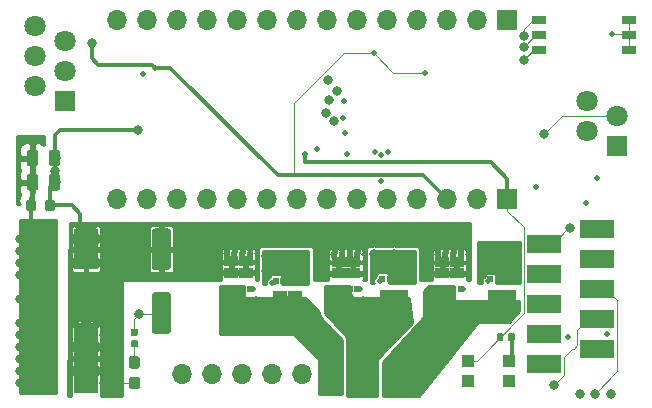
<source format=gbr>
G04 #@! TF.GenerationSoftware,KiCad,Pcbnew,5.1.2-f72e74a~84~ubuntu18.04.1*
G04 #@! TF.CreationDate,2019-09-03T03:08:37+02:00*
G04 #@! TF.ProjectId,board,626f6172-642e-46b6-9963-61645f706362,rev?*
G04 #@! TF.SameCoordinates,Original*
G04 #@! TF.FileFunction,Copper,L1,Top*
G04 #@! TF.FilePolarity,Positive*
%FSLAX46Y46*%
G04 Gerber Fmt 4.6, Leading zero omitted, Abs format (unit mm)*
G04 Created by KiCad (PCBNEW 5.1.2-f72e74a~84~ubuntu18.04.1) date 2019-09-03 03:08:37*
%MOMM*%
%LPD*%
G04 APERTURE LIST*
%ADD10C,0.100000*%
%ADD11C,0.590000*%
%ADD12R,1.000000X1.000000*%
%ADD13R,1.700000X1.700000*%
%ADD14O,1.700000X1.700000*%
%ADD15C,0.875000*%
%ADD16R,3.000000X1.500000*%
%ADD17C,0.950000*%
%ADD18R,2.000000X3.500000*%
%ADD19R,2.000000X6.000000*%
%ADD20R,1.230000X0.950000*%
%ADD21R,0.500000X0.630000*%
%ADD22C,0.975000*%
%ADD23C,1.600000*%
%ADD24C,1.800000*%
%ADD25R,1.800000X1.800000*%
%ADD26R,1.270000X0.760000*%
%ADD27C,0.800000*%
%ADD28C,0.500000*%
%ADD29C,0.300000*%
%ADD30C,0.250000*%
%ADD31C,0.254000*%
G04 APERTURE END LIST*
D10*
G36*
X142328158Y-128382510D02*
G01*
X142342476Y-128384634D01*
X142356517Y-128388151D01*
X142370146Y-128393028D01*
X142383231Y-128399217D01*
X142395647Y-128406658D01*
X142407273Y-128415281D01*
X142417998Y-128425002D01*
X142427719Y-128435727D01*
X142436342Y-128447353D01*
X142443783Y-128459769D01*
X142449972Y-128472854D01*
X142454849Y-128486483D01*
X142458366Y-128500524D01*
X142460490Y-128514842D01*
X142461200Y-128529300D01*
X142461200Y-128874300D01*
X142460490Y-128888758D01*
X142458366Y-128903076D01*
X142454849Y-128917117D01*
X142449972Y-128930746D01*
X142443783Y-128943831D01*
X142436342Y-128956247D01*
X142427719Y-128967873D01*
X142417998Y-128978598D01*
X142407273Y-128988319D01*
X142395647Y-128996942D01*
X142383231Y-129004383D01*
X142370146Y-129010572D01*
X142356517Y-129015449D01*
X142342476Y-129018966D01*
X142328158Y-129021090D01*
X142313700Y-129021800D01*
X142018700Y-129021800D01*
X142004242Y-129021090D01*
X141989924Y-129018966D01*
X141975883Y-129015449D01*
X141962254Y-129010572D01*
X141949169Y-129004383D01*
X141936753Y-128996942D01*
X141925127Y-128988319D01*
X141914402Y-128978598D01*
X141904681Y-128967873D01*
X141896058Y-128956247D01*
X141888617Y-128943831D01*
X141882428Y-128930746D01*
X141877551Y-128917117D01*
X141874034Y-128903076D01*
X141871910Y-128888758D01*
X141871200Y-128874300D01*
X141871200Y-128529300D01*
X141871910Y-128514842D01*
X141874034Y-128500524D01*
X141877551Y-128486483D01*
X141882428Y-128472854D01*
X141888617Y-128459769D01*
X141896058Y-128447353D01*
X141904681Y-128435727D01*
X141914402Y-128425002D01*
X141925127Y-128415281D01*
X141936753Y-128406658D01*
X141949169Y-128399217D01*
X141962254Y-128393028D01*
X141975883Y-128388151D01*
X141989924Y-128384634D01*
X142004242Y-128382510D01*
X142018700Y-128381800D01*
X142313700Y-128381800D01*
X142328158Y-128382510D01*
X142328158Y-128382510D01*
G37*
D11*
X142166200Y-128701800D03*
D10*
G36*
X141358158Y-128382510D02*
G01*
X141372476Y-128384634D01*
X141386517Y-128388151D01*
X141400146Y-128393028D01*
X141413231Y-128399217D01*
X141425647Y-128406658D01*
X141437273Y-128415281D01*
X141447998Y-128425002D01*
X141457719Y-128435727D01*
X141466342Y-128447353D01*
X141473783Y-128459769D01*
X141479972Y-128472854D01*
X141484849Y-128486483D01*
X141488366Y-128500524D01*
X141490490Y-128514842D01*
X141491200Y-128529300D01*
X141491200Y-128874300D01*
X141490490Y-128888758D01*
X141488366Y-128903076D01*
X141484849Y-128917117D01*
X141479972Y-128930746D01*
X141473783Y-128943831D01*
X141466342Y-128956247D01*
X141457719Y-128967873D01*
X141447998Y-128978598D01*
X141437273Y-128988319D01*
X141425647Y-128996942D01*
X141413231Y-129004383D01*
X141400146Y-129010572D01*
X141386517Y-129015449D01*
X141372476Y-129018966D01*
X141358158Y-129021090D01*
X141343700Y-129021800D01*
X141048700Y-129021800D01*
X141034242Y-129021090D01*
X141019924Y-129018966D01*
X141005883Y-129015449D01*
X140992254Y-129010572D01*
X140979169Y-129004383D01*
X140966753Y-128996942D01*
X140955127Y-128988319D01*
X140944402Y-128978598D01*
X140934681Y-128967873D01*
X140926058Y-128956247D01*
X140918617Y-128943831D01*
X140912428Y-128930746D01*
X140907551Y-128917117D01*
X140904034Y-128903076D01*
X140901910Y-128888758D01*
X140901200Y-128874300D01*
X140901200Y-128529300D01*
X140901910Y-128514842D01*
X140904034Y-128500524D01*
X140907551Y-128486483D01*
X140912428Y-128472854D01*
X140918617Y-128459769D01*
X140926058Y-128447353D01*
X140934681Y-128435727D01*
X140944402Y-128425002D01*
X140955127Y-128415281D01*
X140966753Y-128406658D01*
X140979169Y-128399217D01*
X140992254Y-128393028D01*
X141005883Y-128388151D01*
X141019924Y-128384634D01*
X141034242Y-128382510D01*
X141048700Y-128381800D01*
X141343700Y-128381800D01*
X141358158Y-128382510D01*
X141358158Y-128382510D01*
G37*
D11*
X141196200Y-128701800D03*
D12*
X141958000Y-132447000D03*
X141958000Y-130697000D03*
X138458000Y-132447000D03*
X138458000Y-130697000D03*
D13*
X141818000Y-117036000D03*
D14*
X139278000Y-117036000D03*
X136738000Y-117036000D03*
X134198000Y-117036000D03*
X131658000Y-117036000D03*
X129118000Y-117036000D03*
X126578000Y-117036000D03*
X124038000Y-117036000D03*
X121498000Y-117036000D03*
X118958000Y-117036000D03*
X116418000Y-117036000D03*
X113878000Y-117036000D03*
X111338000Y-117036000D03*
X108798000Y-117036000D03*
X108798000Y-101836000D03*
X111338000Y-101836000D03*
X113878000Y-101836000D03*
X116418000Y-101836000D03*
X118958000Y-101836000D03*
X121498000Y-101836000D03*
X124038000Y-101836000D03*
X126578000Y-101836000D03*
X129118000Y-101836000D03*
X131658000Y-101836000D03*
X134198000Y-101836000D03*
X136738000Y-101836000D03*
X139278000Y-101836000D03*
D13*
X141818000Y-101836000D03*
D10*
G36*
X101738491Y-117077253D02*
G01*
X101759726Y-117080403D01*
X101780550Y-117085619D01*
X101800762Y-117092851D01*
X101820168Y-117102030D01*
X101838581Y-117113066D01*
X101855824Y-117125854D01*
X101871730Y-117140270D01*
X101886146Y-117156176D01*
X101898934Y-117173419D01*
X101909970Y-117191832D01*
X101919149Y-117211238D01*
X101926381Y-117231450D01*
X101931597Y-117252274D01*
X101934747Y-117273509D01*
X101935800Y-117294950D01*
X101935800Y-117807450D01*
X101934747Y-117828891D01*
X101931597Y-117850126D01*
X101926381Y-117870950D01*
X101919149Y-117891162D01*
X101909970Y-117910568D01*
X101898934Y-117928981D01*
X101886146Y-117946224D01*
X101871730Y-117962130D01*
X101855824Y-117976546D01*
X101838581Y-117989334D01*
X101820168Y-118000370D01*
X101800762Y-118009549D01*
X101780550Y-118016781D01*
X101759726Y-118021997D01*
X101738491Y-118025147D01*
X101717050Y-118026200D01*
X101279550Y-118026200D01*
X101258109Y-118025147D01*
X101236874Y-118021997D01*
X101216050Y-118016781D01*
X101195838Y-118009549D01*
X101176432Y-118000370D01*
X101158019Y-117989334D01*
X101140776Y-117976546D01*
X101124870Y-117962130D01*
X101110454Y-117946224D01*
X101097666Y-117928981D01*
X101086630Y-117910568D01*
X101077451Y-117891162D01*
X101070219Y-117870950D01*
X101065003Y-117850126D01*
X101061853Y-117828891D01*
X101060800Y-117807450D01*
X101060800Y-117294950D01*
X101061853Y-117273509D01*
X101065003Y-117252274D01*
X101070219Y-117231450D01*
X101077451Y-117211238D01*
X101086630Y-117191832D01*
X101097666Y-117173419D01*
X101110454Y-117156176D01*
X101124870Y-117140270D01*
X101140776Y-117125854D01*
X101158019Y-117113066D01*
X101176432Y-117102030D01*
X101195838Y-117092851D01*
X101216050Y-117085619D01*
X101236874Y-117080403D01*
X101258109Y-117077253D01*
X101279550Y-117076200D01*
X101717050Y-117076200D01*
X101738491Y-117077253D01*
X101738491Y-117077253D01*
G37*
D15*
X101498300Y-117551200D03*
D10*
G36*
X103313491Y-117077253D02*
G01*
X103334726Y-117080403D01*
X103355550Y-117085619D01*
X103375762Y-117092851D01*
X103395168Y-117102030D01*
X103413581Y-117113066D01*
X103430824Y-117125854D01*
X103446730Y-117140270D01*
X103461146Y-117156176D01*
X103473934Y-117173419D01*
X103484970Y-117191832D01*
X103494149Y-117211238D01*
X103501381Y-117231450D01*
X103506597Y-117252274D01*
X103509747Y-117273509D01*
X103510800Y-117294950D01*
X103510800Y-117807450D01*
X103509747Y-117828891D01*
X103506597Y-117850126D01*
X103501381Y-117870950D01*
X103494149Y-117891162D01*
X103484970Y-117910568D01*
X103473934Y-117928981D01*
X103461146Y-117946224D01*
X103446730Y-117962130D01*
X103430824Y-117976546D01*
X103413581Y-117989334D01*
X103395168Y-118000370D01*
X103375762Y-118009549D01*
X103355550Y-118016781D01*
X103334726Y-118021997D01*
X103313491Y-118025147D01*
X103292050Y-118026200D01*
X102854550Y-118026200D01*
X102833109Y-118025147D01*
X102811874Y-118021997D01*
X102791050Y-118016781D01*
X102770838Y-118009549D01*
X102751432Y-118000370D01*
X102733019Y-117989334D01*
X102715776Y-117976546D01*
X102699870Y-117962130D01*
X102685454Y-117946224D01*
X102672666Y-117928981D01*
X102661630Y-117910568D01*
X102652451Y-117891162D01*
X102645219Y-117870950D01*
X102640003Y-117850126D01*
X102636853Y-117828891D01*
X102635800Y-117807450D01*
X102635800Y-117294950D01*
X102636853Y-117273509D01*
X102640003Y-117252274D01*
X102645219Y-117231450D01*
X102652451Y-117211238D01*
X102661630Y-117191832D01*
X102672666Y-117173419D01*
X102685454Y-117156176D01*
X102699870Y-117140270D01*
X102715776Y-117125854D01*
X102733019Y-117113066D01*
X102751432Y-117102030D01*
X102770838Y-117092851D01*
X102791050Y-117085619D01*
X102811874Y-117080403D01*
X102833109Y-117077253D01*
X102854550Y-117076200D01*
X103292050Y-117076200D01*
X103313491Y-117077253D01*
X103313491Y-117077253D01*
G37*
D15*
X103073300Y-117551200D03*
D16*
X144943000Y-130937000D03*
X144943000Y-128397000D03*
X144943000Y-125857000D03*
X144943000Y-123317000D03*
X144943000Y-120777000D03*
X149443000Y-129667000D03*
X149443000Y-127127000D03*
X149443000Y-124587000D03*
X149443000Y-122047000D03*
X149443000Y-119507000D03*
D14*
X114300000Y-131826000D03*
X116840000Y-131826000D03*
X119380000Y-131826000D03*
X121920000Y-131826000D03*
X124460000Y-131826000D03*
X127000000Y-131826000D03*
X129540000Y-131826000D03*
D13*
X132080000Y-131826000D03*
D10*
G36*
X110496779Y-132064144D02*
G01*
X110519834Y-132067563D01*
X110542443Y-132073227D01*
X110564387Y-132081079D01*
X110585457Y-132091044D01*
X110605448Y-132103026D01*
X110624168Y-132116910D01*
X110641438Y-132132562D01*
X110657090Y-132149832D01*
X110670974Y-132168552D01*
X110682956Y-132188543D01*
X110692921Y-132209613D01*
X110700773Y-132231557D01*
X110706437Y-132254166D01*
X110709856Y-132277221D01*
X110711000Y-132300500D01*
X110711000Y-132875500D01*
X110709856Y-132898779D01*
X110706437Y-132921834D01*
X110700773Y-132944443D01*
X110692921Y-132966387D01*
X110682956Y-132987457D01*
X110670974Y-133007448D01*
X110657090Y-133026168D01*
X110641438Y-133043438D01*
X110624168Y-133059090D01*
X110605448Y-133072974D01*
X110585457Y-133084956D01*
X110564387Y-133094921D01*
X110542443Y-133102773D01*
X110519834Y-133108437D01*
X110496779Y-133111856D01*
X110473500Y-133113000D01*
X109998500Y-133113000D01*
X109975221Y-133111856D01*
X109952166Y-133108437D01*
X109929557Y-133102773D01*
X109907613Y-133094921D01*
X109886543Y-133084956D01*
X109866552Y-133072974D01*
X109847832Y-133059090D01*
X109830562Y-133043438D01*
X109814910Y-133026168D01*
X109801026Y-133007448D01*
X109789044Y-132987457D01*
X109779079Y-132966387D01*
X109771227Y-132944443D01*
X109765563Y-132921834D01*
X109762144Y-132898779D01*
X109761000Y-132875500D01*
X109761000Y-132300500D01*
X109762144Y-132277221D01*
X109765563Y-132254166D01*
X109771227Y-132231557D01*
X109779079Y-132209613D01*
X109789044Y-132188543D01*
X109801026Y-132168552D01*
X109814910Y-132149832D01*
X109830562Y-132132562D01*
X109847832Y-132116910D01*
X109866552Y-132103026D01*
X109886543Y-132091044D01*
X109907613Y-132081079D01*
X109929557Y-132073227D01*
X109952166Y-132067563D01*
X109975221Y-132064144D01*
X109998500Y-132063000D01*
X110473500Y-132063000D01*
X110496779Y-132064144D01*
X110496779Y-132064144D01*
G37*
D17*
X110236000Y-132588000D03*
D10*
G36*
X110496779Y-130314144D02*
G01*
X110519834Y-130317563D01*
X110542443Y-130323227D01*
X110564387Y-130331079D01*
X110585457Y-130341044D01*
X110605448Y-130353026D01*
X110624168Y-130366910D01*
X110641438Y-130382562D01*
X110657090Y-130399832D01*
X110670974Y-130418552D01*
X110682956Y-130438543D01*
X110692921Y-130459613D01*
X110700773Y-130481557D01*
X110706437Y-130504166D01*
X110709856Y-130527221D01*
X110711000Y-130550500D01*
X110711000Y-131125500D01*
X110709856Y-131148779D01*
X110706437Y-131171834D01*
X110700773Y-131194443D01*
X110692921Y-131216387D01*
X110682956Y-131237457D01*
X110670974Y-131257448D01*
X110657090Y-131276168D01*
X110641438Y-131293438D01*
X110624168Y-131309090D01*
X110605448Y-131322974D01*
X110585457Y-131334956D01*
X110564387Y-131344921D01*
X110542443Y-131352773D01*
X110519834Y-131358437D01*
X110496779Y-131361856D01*
X110473500Y-131363000D01*
X109998500Y-131363000D01*
X109975221Y-131361856D01*
X109952166Y-131358437D01*
X109929557Y-131352773D01*
X109907613Y-131344921D01*
X109886543Y-131334956D01*
X109866552Y-131322974D01*
X109847832Y-131309090D01*
X109830562Y-131293438D01*
X109814910Y-131276168D01*
X109801026Y-131257448D01*
X109789044Y-131237457D01*
X109779079Y-131216387D01*
X109771227Y-131194443D01*
X109765563Y-131171834D01*
X109762144Y-131148779D01*
X109761000Y-131125500D01*
X109761000Y-130550500D01*
X109762144Y-130527221D01*
X109765563Y-130504166D01*
X109771227Y-130481557D01*
X109779079Y-130459613D01*
X109789044Y-130438543D01*
X109801026Y-130418552D01*
X109814910Y-130399832D01*
X109830562Y-130382562D01*
X109847832Y-130366910D01*
X109866552Y-130353026D01*
X109886543Y-130341044D01*
X109907613Y-130331079D01*
X109929557Y-130323227D01*
X109952166Y-130317563D01*
X109975221Y-130314144D01*
X109998500Y-130313000D01*
X110473500Y-130313000D01*
X110496779Y-130314144D01*
X110496779Y-130314144D01*
G37*
D17*
X110236000Y-130838000D03*
D10*
G36*
X110422958Y-127998710D02*
G01*
X110437276Y-128000834D01*
X110451317Y-128004351D01*
X110464946Y-128009228D01*
X110478031Y-128015417D01*
X110490447Y-128022858D01*
X110502073Y-128031481D01*
X110512798Y-128041202D01*
X110522519Y-128051927D01*
X110531142Y-128063553D01*
X110538583Y-128075969D01*
X110544772Y-128089054D01*
X110549649Y-128102683D01*
X110553166Y-128116724D01*
X110555290Y-128131042D01*
X110556000Y-128145500D01*
X110556000Y-128440500D01*
X110555290Y-128454958D01*
X110553166Y-128469276D01*
X110549649Y-128483317D01*
X110544772Y-128496946D01*
X110538583Y-128510031D01*
X110531142Y-128522447D01*
X110522519Y-128534073D01*
X110512798Y-128544798D01*
X110502073Y-128554519D01*
X110490447Y-128563142D01*
X110478031Y-128570583D01*
X110464946Y-128576772D01*
X110451317Y-128581649D01*
X110437276Y-128585166D01*
X110422958Y-128587290D01*
X110408500Y-128588000D01*
X110063500Y-128588000D01*
X110049042Y-128587290D01*
X110034724Y-128585166D01*
X110020683Y-128581649D01*
X110007054Y-128576772D01*
X109993969Y-128570583D01*
X109981553Y-128563142D01*
X109969927Y-128554519D01*
X109959202Y-128544798D01*
X109949481Y-128534073D01*
X109940858Y-128522447D01*
X109933417Y-128510031D01*
X109927228Y-128496946D01*
X109922351Y-128483317D01*
X109918834Y-128469276D01*
X109916710Y-128454958D01*
X109916000Y-128440500D01*
X109916000Y-128145500D01*
X109916710Y-128131042D01*
X109918834Y-128116724D01*
X109922351Y-128102683D01*
X109927228Y-128089054D01*
X109933417Y-128075969D01*
X109940858Y-128063553D01*
X109949481Y-128051927D01*
X109959202Y-128041202D01*
X109969927Y-128031481D01*
X109981553Y-128022858D01*
X109993969Y-128015417D01*
X110007054Y-128009228D01*
X110020683Y-128004351D01*
X110034724Y-128000834D01*
X110049042Y-127998710D01*
X110063500Y-127998000D01*
X110408500Y-127998000D01*
X110422958Y-127998710D01*
X110422958Y-127998710D01*
G37*
D11*
X110236000Y-128293000D03*
D10*
G36*
X110422958Y-128968710D02*
G01*
X110437276Y-128970834D01*
X110451317Y-128974351D01*
X110464946Y-128979228D01*
X110478031Y-128985417D01*
X110490447Y-128992858D01*
X110502073Y-129001481D01*
X110512798Y-129011202D01*
X110522519Y-129021927D01*
X110531142Y-129033553D01*
X110538583Y-129045969D01*
X110544772Y-129059054D01*
X110549649Y-129072683D01*
X110553166Y-129086724D01*
X110555290Y-129101042D01*
X110556000Y-129115500D01*
X110556000Y-129410500D01*
X110555290Y-129424958D01*
X110553166Y-129439276D01*
X110549649Y-129453317D01*
X110544772Y-129466946D01*
X110538583Y-129480031D01*
X110531142Y-129492447D01*
X110522519Y-129504073D01*
X110512798Y-129514798D01*
X110502073Y-129524519D01*
X110490447Y-129533142D01*
X110478031Y-129540583D01*
X110464946Y-129546772D01*
X110451317Y-129551649D01*
X110437276Y-129555166D01*
X110422958Y-129557290D01*
X110408500Y-129558000D01*
X110063500Y-129558000D01*
X110049042Y-129557290D01*
X110034724Y-129555166D01*
X110020683Y-129551649D01*
X110007054Y-129546772D01*
X109993969Y-129540583D01*
X109981553Y-129533142D01*
X109969927Y-129524519D01*
X109959202Y-129514798D01*
X109949481Y-129504073D01*
X109940858Y-129492447D01*
X109933417Y-129480031D01*
X109927228Y-129466946D01*
X109922351Y-129453317D01*
X109918834Y-129439276D01*
X109916710Y-129424958D01*
X109916000Y-129410500D01*
X109916000Y-129115500D01*
X109916710Y-129101042D01*
X109918834Y-129086724D01*
X109922351Y-129072683D01*
X109927228Y-129059054D01*
X109933417Y-129045969D01*
X109940858Y-129033553D01*
X109949481Y-129021927D01*
X109959202Y-129011202D01*
X109969927Y-129001481D01*
X109981553Y-128992858D01*
X109993969Y-128985417D01*
X110007054Y-128979228D01*
X110020683Y-128974351D01*
X110034724Y-128970834D01*
X110049042Y-128968710D01*
X110063500Y-128968000D01*
X110408500Y-128968000D01*
X110422958Y-128968710D01*
X110422958Y-128968710D01*
G37*
D11*
X110236000Y-129263000D03*
D18*
X106140000Y-121242000D03*
D19*
X106140000Y-130492000D03*
X102140000Y-130492000D03*
D18*
X102140000Y-121242000D03*
D20*
X118435000Y-123237000D03*
X119655000Y-123237000D03*
X118435000Y-122287000D03*
X119655000Y-122287000D03*
D21*
X118075000Y-121707000D03*
X118715000Y-121707000D03*
X119375000Y-121707000D03*
X120015000Y-121707000D03*
X120015000Y-124587000D03*
X119375000Y-124587000D03*
X118715000Y-124587000D03*
X118075000Y-124587000D03*
D20*
X123800000Y-125259000D03*
X122580000Y-125259000D03*
X123800000Y-126209000D03*
X122580000Y-126209000D03*
D21*
X124160000Y-126789000D03*
X123520000Y-126789000D03*
X122860000Y-126789000D03*
X122220000Y-126789000D03*
X122220000Y-123909000D03*
X122860000Y-123909000D03*
X123520000Y-123909000D03*
X124160000Y-123909000D03*
D20*
X132817000Y-125132000D03*
X131597000Y-125132000D03*
X132817000Y-126082000D03*
X131597000Y-126082000D03*
D21*
X133177000Y-126662000D03*
X132537000Y-126662000D03*
X131877000Y-126662000D03*
X131237000Y-126662000D03*
X131237000Y-123782000D03*
X131877000Y-123782000D03*
X132537000Y-123782000D03*
X133177000Y-123782000D03*
D20*
X136296000Y-123280000D03*
X137516000Y-123280000D03*
X136296000Y-122330000D03*
X137516000Y-122330000D03*
D21*
X135936000Y-121750000D03*
X136576000Y-121750000D03*
X137236000Y-121750000D03*
X137876000Y-121750000D03*
X137876000Y-124630000D03*
X137236000Y-124630000D03*
X136576000Y-124630000D03*
X135936000Y-124630000D03*
D20*
X127533000Y-123280000D03*
X128753000Y-123280000D03*
X127533000Y-122330000D03*
X128753000Y-122330000D03*
D21*
X127173000Y-121750000D03*
X127813000Y-121750000D03*
X128473000Y-121750000D03*
X129113000Y-121750000D03*
X129113000Y-124630000D03*
X128473000Y-124630000D03*
X127813000Y-124630000D03*
X127173000Y-124630000D03*
D20*
X141961000Y-125132000D03*
X140741000Y-125132000D03*
X141961000Y-126082000D03*
X140741000Y-126082000D03*
D21*
X142321000Y-126662000D03*
X141681000Y-126662000D03*
X141021000Y-126662000D03*
X140381000Y-126662000D03*
X140381000Y-123782000D03*
X141021000Y-123782000D03*
X141681000Y-123782000D03*
X142321000Y-123782000D03*
D10*
G36*
X101872242Y-114896574D02*
G01*
X101895903Y-114900084D01*
X101919107Y-114905896D01*
X101941629Y-114913954D01*
X101963253Y-114924182D01*
X101983770Y-114936479D01*
X102002983Y-114950729D01*
X102020707Y-114966793D01*
X102036771Y-114984517D01*
X102051021Y-115003730D01*
X102063318Y-115024247D01*
X102073546Y-115045871D01*
X102081604Y-115068393D01*
X102087416Y-115091597D01*
X102090926Y-115115258D01*
X102092100Y-115139150D01*
X102092100Y-116051650D01*
X102090926Y-116075542D01*
X102087416Y-116099203D01*
X102081604Y-116122407D01*
X102073546Y-116144929D01*
X102063318Y-116166553D01*
X102051021Y-116187070D01*
X102036771Y-116206283D01*
X102020707Y-116224007D01*
X102002983Y-116240071D01*
X101983770Y-116254321D01*
X101963253Y-116266618D01*
X101941629Y-116276846D01*
X101919107Y-116284904D01*
X101895903Y-116290716D01*
X101872242Y-116294226D01*
X101848350Y-116295400D01*
X101360850Y-116295400D01*
X101336958Y-116294226D01*
X101313297Y-116290716D01*
X101290093Y-116284904D01*
X101267571Y-116276846D01*
X101245947Y-116266618D01*
X101225430Y-116254321D01*
X101206217Y-116240071D01*
X101188493Y-116224007D01*
X101172429Y-116206283D01*
X101158179Y-116187070D01*
X101145882Y-116166553D01*
X101135654Y-116144929D01*
X101127596Y-116122407D01*
X101121784Y-116099203D01*
X101118274Y-116075542D01*
X101117100Y-116051650D01*
X101117100Y-115139150D01*
X101118274Y-115115258D01*
X101121784Y-115091597D01*
X101127596Y-115068393D01*
X101135654Y-115045871D01*
X101145882Y-115024247D01*
X101158179Y-115003730D01*
X101172429Y-114984517D01*
X101188493Y-114966793D01*
X101206217Y-114950729D01*
X101225430Y-114936479D01*
X101245947Y-114924182D01*
X101267571Y-114913954D01*
X101290093Y-114905896D01*
X101313297Y-114900084D01*
X101336958Y-114896574D01*
X101360850Y-114895400D01*
X101848350Y-114895400D01*
X101872242Y-114896574D01*
X101872242Y-114896574D01*
G37*
D22*
X101604600Y-115595400D03*
D10*
G36*
X103747242Y-114896574D02*
G01*
X103770903Y-114900084D01*
X103794107Y-114905896D01*
X103816629Y-114913954D01*
X103838253Y-114924182D01*
X103858770Y-114936479D01*
X103877983Y-114950729D01*
X103895707Y-114966793D01*
X103911771Y-114984517D01*
X103926021Y-115003730D01*
X103938318Y-115024247D01*
X103948546Y-115045871D01*
X103956604Y-115068393D01*
X103962416Y-115091597D01*
X103965926Y-115115258D01*
X103967100Y-115139150D01*
X103967100Y-116051650D01*
X103965926Y-116075542D01*
X103962416Y-116099203D01*
X103956604Y-116122407D01*
X103948546Y-116144929D01*
X103938318Y-116166553D01*
X103926021Y-116187070D01*
X103911771Y-116206283D01*
X103895707Y-116224007D01*
X103877983Y-116240071D01*
X103858770Y-116254321D01*
X103838253Y-116266618D01*
X103816629Y-116276846D01*
X103794107Y-116284904D01*
X103770903Y-116290716D01*
X103747242Y-116294226D01*
X103723350Y-116295400D01*
X103235850Y-116295400D01*
X103211958Y-116294226D01*
X103188297Y-116290716D01*
X103165093Y-116284904D01*
X103142571Y-116276846D01*
X103120947Y-116266618D01*
X103100430Y-116254321D01*
X103081217Y-116240071D01*
X103063493Y-116224007D01*
X103047429Y-116206283D01*
X103033179Y-116187070D01*
X103020882Y-116166553D01*
X103010654Y-116144929D01*
X103002596Y-116122407D01*
X102996784Y-116099203D01*
X102993274Y-116075542D01*
X102992100Y-116051650D01*
X102992100Y-115139150D01*
X102993274Y-115115258D01*
X102996784Y-115091597D01*
X103002596Y-115068393D01*
X103010654Y-115045871D01*
X103020882Y-115024247D01*
X103033179Y-115003730D01*
X103047429Y-114984517D01*
X103063493Y-114966793D01*
X103081217Y-114950729D01*
X103100430Y-114936479D01*
X103120947Y-114924182D01*
X103142571Y-114913954D01*
X103165093Y-114905896D01*
X103188297Y-114900084D01*
X103211958Y-114896574D01*
X103235850Y-114895400D01*
X103723350Y-114895400D01*
X103747242Y-114896574D01*
X103747242Y-114896574D01*
G37*
D22*
X103479600Y-115595400D03*
D10*
G36*
X113096504Y-119503204D02*
G01*
X113120773Y-119506804D01*
X113144571Y-119512765D01*
X113167671Y-119521030D01*
X113189849Y-119531520D01*
X113210893Y-119544133D01*
X113230598Y-119558747D01*
X113248777Y-119575223D01*
X113265253Y-119593402D01*
X113279867Y-119613107D01*
X113292480Y-119634151D01*
X113302970Y-119656329D01*
X113311235Y-119679429D01*
X113317196Y-119703227D01*
X113320796Y-119727496D01*
X113322000Y-119752000D01*
X113322000Y-122752000D01*
X113320796Y-122776504D01*
X113317196Y-122800773D01*
X113311235Y-122824571D01*
X113302970Y-122847671D01*
X113292480Y-122869849D01*
X113279867Y-122890893D01*
X113265253Y-122910598D01*
X113248777Y-122928777D01*
X113230598Y-122945253D01*
X113210893Y-122959867D01*
X113189849Y-122972480D01*
X113167671Y-122982970D01*
X113144571Y-122991235D01*
X113120773Y-122997196D01*
X113096504Y-123000796D01*
X113072000Y-123002000D01*
X111972000Y-123002000D01*
X111947496Y-123000796D01*
X111923227Y-122997196D01*
X111899429Y-122991235D01*
X111876329Y-122982970D01*
X111854151Y-122972480D01*
X111833107Y-122959867D01*
X111813402Y-122945253D01*
X111795223Y-122928777D01*
X111778747Y-122910598D01*
X111764133Y-122890893D01*
X111751520Y-122869849D01*
X111741030Y-122847671D01*
X111732765Y-122824571D01*
X111726804Y-122800773D01*
X111723204Y-122776504D01*
X111722000Y-122752000D01*
X111722000Y-119752000D01*
X111723204Y-119727496D01*
X111726804Y-119703227D01*
X111732765Y-119679429D01*
X111741030Y-119656329D01*
X111751520Y-119634151D01*
X111764133Y-119613107D01*
X111778747Y-119593402D01*
X111795223Y-119575223D01*
X111813402Y-119558747D01*
X111833107Y-119544133D01*
X111854151Y-119531520D01*
X111876329Y-119521030D01*
X111899429Y-119512765D01*
X111923227Y-119506804D01*
X111947496Y-119503204D01*
X111972000Y-119502000D01*
X113072000Y-119502000D01*
X113096504Y-119503204D01*
X113096504Y-119503204D01*
G37*
D23*
X112522000Y-121252000D03*
D10*
G36*
X113096504Y-124903204D02*
G01*
X113120773Y-124906804D01*
X113144571Y-124912765D01*
X113167671Y-124921030D01*
X113189849Y-124931520D01*
X113210893Y-124944133D01*
X113230598Y-124958747D01*
X113248777Y-124975223D01*
X113265253Y-124993402D01*
X113279867Y-125013107D01*
X113292480Y-125034151D01*
X113302970Y-125056329D01*
X113311235Y-125079429D01*
X113317196Y-125103227D01*
X113320796Y-125127496D01*
X113322000Y-125152000D01*
X113322000Y-128152000D01*
X113320796Y-128176504D01*
X113317196Y-128200773D01*
X113311235Y-128224571D01*
X113302970Y-128247671D01*
X113292480Y-128269849D01*
X113279867Y-128290893D01*
X113265253Y-128310598D01*
X113248777Y-128328777D01*
X113230598Y-128345253D01*
X113210893Y-128359867D01*
X113189849Y-128372480D01*
X113167671Y-128382970D01*
X113144571Y-128391235D01*
X113120773Y-128397196D01*
X113096504Y-128400796D01*
X113072000Y-128402000D01*
X111972000Y-128402000D01*
X111947496Y-128400796D01*
X111923227Y-128397196D01*
X111899429Y-128391235D01*
X111876329Y-128382970D01*
X111854151Y-128372480D01*
X111833107Y-128359867D01*
X111813402Y-128345253D01*
X111795223Y-128328777D01*
X111778747Y-128310598D01*
X111764133Y-128290893D01*
X111751520Y-128269849D01*
X111741030Y-128247671D01*
X111732765Y-128224571D01*
X111726804Y-128200773D01*
X111723204Y-128176504D01*
X111722000Y-128152000D01*
X111722000Y-125152000D01*
X111723204Y-125127496D01*
X111726804Y-125103227D01*
X111732765Y-125079429D01*
X111741030Y-125056329D01*
X111751520Y-125034151D01*
X111764133Y-125013107D01*
X111778747Y-124993402D01*
X111795223Y-124975223D01*
X111813402Y-124958747D01*
X111833107Y-124944133D01*
X111854151Y-124931520D01*
X111876329Y-124921030D01*
X111899429Y-124912765D01*
X111923227Y-124906804D01*
X111947496Y-124903204D01*
X111972000Y-124902000D01*
X113072000Y-124902000D01*
X113096504Y-124903204D01*
X113096504Y-124903204D01*
G37*
D23*
X112522000Y-126652000D03*
D10*
G36*
X101872242Y-112839174D02*
G01*
X101895903Y-112842684D01*
X101919107Y-112848496D01*
X101941629Y-112856554D01*
X101963253Y-112866782D01*
X101983770Y-112879079D01*
X102002983Y-112893329D01*
X102020707Y-112909393D01*
X102036771Y-112927117D01*
X102051021Y-112946330D01*
X102063318Y-112966847D01*
X102073546Y-112988471D01*
X102081604Y-113010993D01*
X102087416Y-113034197D01*
X102090926Y-113057858D01*
X102092100Y-113081750D01*
X102092100Y-113994250D01*
X102090926Y-114018142D01*
X102087416Y-114041803D01*
X102081604Y-114065007D01*
X102073546Y-114087529D01*
X102063318Y-114109153D01*
X102051021Y-114129670D01*
X102036771Y-114148883D01*
X102020707Y-114166607D01*
X102002983Y-114182671D01*
X101983770Y-114196921D01*
X101963253Y-114209218D01*
X101941629Y-114219446D01*
X101919107Y-114227504D01*
X101895903Y-114233316D01*
X101872242Y-114236826D01*
X101848350Y-114238000D01*
X101360850Y-114238000D01*
X101336958Y-114236826D01*
X101313297Y-114233316D01*
X101290093Y-114227504D01*
X101267571Y-114219446D01*
X101245947Y-114209218D01*
X101225430Y-114196921D01*
X101206217Y-114182671D01*
X101188493Y-114166607D01*
X101172429Y-114148883D01*
X101158179Y-114129670D01*
X101145882Y-114109153D01*
X101135654Y-114087529D01*
X101127596Y-114065007D01*
X101121784Y-114041803D01*
X101118274Y-114018142D01*
X101117100Y-113994250D01*
X101117100Y-113081750D01*
X101118274Y-113057858D01*
X101121784Y-113034197D01*
X101127596Y-113010993D01*
X101135654Y-112988471D01*
X101145882Y-112966847D01*
X101158179Y-112946330D01*
X101172429Y-112927117D01*
X101188493Y-112909393D01*
X101206217Y-112893329D01*
X101225430Y-112879079D01*
X101245947Y-112866782D01*
X101267571Y-112856554D01*
X101290093Y-112848496D01*
X101313297Y-112842684D01*
X101336958Y-112839174D01*
X101360850Y-112838000D01*
X101848350Y-112838000D01*
X101872242Y-112839174D01*
X101872242Y-112839174D01*
G37*
D22*
X101604600Y-113538000D03*
D10*
G36*
X103747242Y-112839174D02*
G01*
X103770903Y-112842684D01*
X103794107Y-112848496D01*
X103816629Y-112856554D01*
X103838253Y-112866782D01*
X103858770Y-112879079D01*
X103877983Y-112893329D01*
X103895707Y-112909393D01*
X103911771Y-112927117D01*
X103926021Y-112946330D01*
X103938318Y-112966847D01*
X103948546Y-112988471D01*
X103956604Y-113010993D01*
X103962416Y-113034197D01*
X103965926Y-113057858D01*
X103967100Y-113081750D01*
X103967100Y-113994250D01*
X103965926Y-114018142D01*
X103962416Y-114041803D01*
X103956604Y-114065007D01*
X103948546Y-114087529D01*
X103938318Y-114109153D01*
X103926021Y-114129670D01*
X103911771Y-114148883D01*
X103895707Y-114166607D01*
X103877983Y-114182671D01*
X103858770Y-114196921D01*
X103838253Y-114209218D01*
X103816629Y-114219446D01*
X103794107Y-114227504D01*
X103770903Y-114233316D01*
X103747242Y-114236826D01*
X103723350Y-114238000D01*
X103235850Y-114238000D01*
X103211958Y-114236826D01*
X103188297Y-114233316D01*
X103165093Y-114227504D01*
X103142571Y-114219446D01*
X103120947Y-114209218D01*
X103100430Y-114196921D01*
X103081217Y-114182671D01*
X103063493Y-114166607D01*
X103047429Y-114148883D01*
X103033179Y-114129670D01*
X103020882Y-114109153D01*
X103010654Y-114087529D01*
X103002596Y-114065007D01*
X102996784Y-114041803D01*
X102993274Y-114018142D01*
X102992100Y-113994250D01*
X102992100Y-113081750D01*
X102993274Y-113057858D01*
X102996784Y-113034197D01*
X103002596Y-113010993D01*
X103010654Y-112988471D01*
X103020882Y-112966847D01*
X103033179Y-112946330D01*
X103047429Y-112927117D01*
X103063493Y-112909393D01*
X103081217Y-112893329D01*
X103100430Y-112879079D01*
X103120947Y-112866782D01*
X103142571Y-112856554D01*
X103165093Y-112848496D01*
X103188297Y-112842684D01*
X103211958Y-112839174D01*
X103235850Y-112838000D01*
X103723350Y-112838000D01*
X103747242Y-112839174D01*
X103747242Y-112839174D01*
G37*
D22*
X103479600Y-113538000D03*
D24*
X101854000Y-102362000D03*
X104394000Y-103632000D03*
D25*
X104394000Y-108712000D03*
D24*
X101854000Y-107442000D03*
X104394000Y-106172000D03*
X101854000Y-104902000D03*
D25*
X151070000Y-112505000D03*
D24*
X148530000Y-111235000D03*
X151070000Y-109965000D03*
X148530000Y-108695000D03*
D26*
X144490000Y-101830000D03*
X152110000Y-104370000D03*
X144490000Y-103100000D03*
X152110000Y-103100000D03*
X144490000Y-104370000D03*
X152110000Y-101830000D03*
D27*
X110540800Y-111175800D03*
X103505000Y-114655600D03*
X107188000Y-122428000D03*
X106680000Y-119380000D03*
X106680000Y-121412000D03*
X107188000Y-120396000D03*
X105664000Y-121412000D03*
X105664000Y-119380000D03*
X108204000Y-122428000D03*
X107696000Y-121412000D03*
X108331000Y-120396000D03*
X107696000Y-119380000D03*
X108839000Y-119380000D03*
X108966000Y-121412000D03*
X106172000Y-122428000D03*
X106172000Y-120396000D03*
X105156000Y-120396000D03*
X105156000Y-122428000D03*
X107188000Y-127508000D03*
X107188000Y-129540000D03*
X107696000Y-128524000D03*
X107696000Y-130556000D03*
X107188000Y-131572000D03*
X107696000Y-132588000D03*
X106680000Y-132588000D03*
X105664000Y-132588000D03*
X105156000Y-131572000D03*
X105156000Y-129540000D03*
X105664000Y-130556000D03*
X106172000Y-131572000D03*
X106680000Y-130556000D03*
X106172000Y-129540000D03*
X106680000Y-128524000D03*
X105664000Y-128524000D03*
X106172000Y-127508000D03*
X105156000Y-127508000D03*
D28*
X130492500Y-104648000D03*
X134810500Y-106299000D03*
D27*
X106616500Y-103759000D03*
D28*
X111950500Y-105918000D03*
D27*
X147100000Y-119500000D03*
D28*
X128206500Y-113157000D03*
D27*
X124333000Y-121793000D03*
X124333000Y-123063000D03*
X122936000Y-123063000D03*
X121412000Y-123063000D03*
X121412000Y-121793000D03*
X122174000Y-122428000D03*
X122936000Y-121793000D03*
X123571000Y-122428000D03*
D28*
X128079500Y-111379000D03*
D27*
X133350000Y-121793000D03*
X132207000Y-123190000D03*
X133096000Y-122682000D03*
X130810000Y-122682000D03*
X132207000Y-121666000D03*
X130556000Y-121666000D03*
X141224000Y-123063000D03*
X142621000Y-123063000D03*
X140462000Y-122174000D03*
X141859000Y-122174000D03*
X142494000Y-121285000D03*
X141224000Y-121285000D03*
X139827000Y-121285000D03*
X126619000Y-106934000D03*
D28*
X131699000Y-113030000D03*
X120269000Y-124587000D03*
X130619500Y-113030000D03*
X121920000Y-124079000D03*
X131000500Y-123952000D03*
D27*
X127127000Y-110363000D03*
D28*
X129349500Y-124587000D03*
D27*
X126492000Y-109728000D03*
D28*
X138049000Y-124587000D03*
D27*
X126746000Y-108585000D03*
D28*
X140144500Y-123952000D03*
D27*
X127381000Y-107823000D03*
D28*
X150660100Y-103047800D03*
X125666500Y-112776000D03*
X142240000Y-130683000D03*
X146939000Y-128651000D03*
X148463000Y-117348000D03*
X150241000Y-128397000D03*
D27*
X110617000Y-126746000D03*
X100584000Y-123444000D03*
X101600000Y-123444000D03*
X102616000Y-123444000D03*
X101092000Y-124460000D03*
X102108000Y-124460000D03*
X100584000Y-125476000D03*
X101600000Y-125476000D03*
X102616000Y-125476000D03*
X101092000Y-126492000D03*
X102108000Y-126492000D03*
X100584000Y-127508000D03*
X100584000Y-128524000D03*
X100584000Y-129540000D03*
X100584000Y-130556000D03*
X100584000Y-131572000D03*
X100584000Y-132588000D03*
X100584000Y-122428000D03*
X100584000Y-121412000D03*
X100584000Y-120396000D03*
D28*
X150114000Y-121920000D03*
X110934500Y-106426000D03*
X144208500Y-115951000D03*
X149415500Y-115189000D03*
X124650500Y-113157000D03*
X131127500Y-115443000D03*
X131127500Y-113284000D03*
X120523000Y-125476000D03*
X129565400Y-125450600D03*
X127889000Y-110109000D03*
X138620500Y-125857000D03*
X127952500Y-108712000D03*
D27*
X144780000Y-125857000D03*
X150622000Y-133477000D03*
X149225000Y-133477000D03*
X144907000Y-128397000D03*
X147955000Y-133477000D03*
X145796000Y-132715000D03*
D28*
X138430000Y-132461000D03*
D27*
X143200000Y-105200000D03*
X143200000Y-104150003D03*
X143200000Y-103200000D03*
X144888902Y-111510932D03*
D29*
X105588000Y-119304000D02*
X105664000Y-119380000D01*
D10*
X107696000Y-132588000D02*
X110236000Y-132588000D01*
D29*
X103073300Y-117551200D02*
X104927400Y-117551200D01*
X105664000Y-118287800D02*
X105664000Y-119380000D01*
X104927400Y-117551200D02*
X105664000Y-118287800D01*
X103479600Y-113538000D02*
X103479600Y-115595400D01*
X103479600Y-113538000D02*
X103479600Y-111607600D01*
X103911400Y-111175800D02*
X110540800Y-111175800D01*
X103479600Y-111607600D02*
X103911400Y-111175800D01*
X103073300Y-117551200D02*
X103073300Y-116001700D01*
D10*
X103479600Y-114681000D02*
X103505000Y-114655600D01*
X103479600Y-115595400D02*
X103479600Y-114681000D01*
D29*
X113284000Y-105918000D02*
X111950500Y-105918000D01*
X122364500Y-114998500D02*
X113284000Y-105918000D01*
X135570999Y-115885999D02*
X134683500Y-114998500D01*
X136738000Y-117036000D02*
X135587999Y-115885999D01*
X135587999Y-115885999D02*
X135570999Y-115885999D01*
X111700501Y-105668001D02*
X111950500Y-105918000D01*
X107192001Y-105668001D02*
X111700501Y-105668001D01*
X106616500Y-103759000D02*
X106616500Y-105092500D01*
X106616500Y-105092500D02*
X107192001Y-105668001D01*
D10*
X132143500Y-106299000D02*
X130492500Y-104648000D01*
X134810500Y-106299000D02*
X132143500Y-106299000D01*
X130138947Y-104648000D02*
X130492500Y-104648000D01*
X128016998Y-104648000D02*
X130138947Y-104648000D01*
X123786900Y-114998500D02*
X123786900Y-108878098D01*
D29*
X123786900Y-114998500D02*
X122364500Y-114998500D01*
D10*
X123786900Y-108878098D02*
X128016998Y-104648000D01*
D29*
X134683500Y-114998500D02*
X123786900Y-114998500D01*
D10*
X146970000Y-119500000D02*
X147100000Y-119500000D01*
X144943000Y-120777000D02*
X145693000Y-120777000D01*
X145693000Y-120777000D02*
X146970000Y-119500000D01*
D30*
X120269000Y-124587000D02*
X120015000Y-124587000D01*
X122050000Y-124079000D02*
X122220000Y-123909000D01*
X121920000Y-124079000D02*
X122050000Y-124079000D01*
D10*
X110236000Y-127127000D02*
X110617000Y-126746000D01*
X110236000Y-128293000D02*
X110236000Y-127127000D01*
X112428000Y-126746000D02*
X112522000Y-126652000D01*
X110617000Y-126746000D02*
X112428000Y-126746000D01*
X152057800Y-103047800D02*
X152110000Y-103100000D01*
X150660100Y-103047800D02*
X152057800Y-103047800D01*
X152110000Y-101830000D02*
X152110000Y-104370000D01*
D29*
X142240000Y-128775600D02*
X142166200Y-128701800D01*
X142240000Y-130683000D02*
X142240000Y-128775600D01*
X101498300Y-120600300D02*
X102140000Y-121242000D01*
X101498300Y-117551200D02*
X101498300Y-120600300D01*
X124650500Y-113157000D02*
X124650500Y-113855500D01*
X137477500Y-113855500D02*
X140398500Y-113855500D01*
X137477500Y-113855500D02*
X137687500Y-113855500D01*
X124650500Y-113855500D02*
X137477500Y-113855500D01*
X141818000Y-115275000D02*
X141818000Y-117036000D01*
X140398500Y-113855500D02*
X141818000Y-115275000D01*
D10*
X141818000Y-117986000D02*
X141818000Y-117036000D01*
X143221001Y-119389001D02*
X141818000Y-117986000D01*
X143221001Y-126687001D02*
X143221001Y-119389001D01*
X139211002Y-130697000D02*
X143221001Y-126687001D01*
X138458000Y-130697000D02*
X139211002Y-130697000D01*
X110236000Y-130213000D02*
X110236000Y-129263000D01*
X110236000Y-130838000D02*
X110236000Y-130213000D01*
X122580000Y-125259000D02*
X123800000Y-125259000D01*
X122710000Y-126209000D02*
X122580000Y-126209000D01*
X123660000Y-125259000D02*
X122710000Y-126209000D01*
X123800000Y-125259000D02*
X123660000Y-125259000D01*
X131597000Y-125132000D02*
X131597000Y-126082000D01*
X131597000Y-126082000D02*
X132817000Y-126082000D01*
X132817000Y-126082000D02*
X132817000Y-125132000D01*
X128473000Y-124630000D02*
X128473000Y-125045000D01*
X128878600Y-125450600D02*
X129565400Y-125450600D01*
X128473000Y-125045000D02*
X128878600Y-125450600D01*
X140741000Y-126082000D02*
X140741000Y-125132000D01*
X141961000Y-126082000D02*
X141961000Y-125132000D01*
X140516000Y-125857000D02*
X140741000Y-126082000D01*
X138620500Y-125857000D02*
X140516000Y-125857000D01*
X151143001Y-125537001D02*
X151143001Y-131558999D01*
X149443000Y-124587000D02*
X150193000Y-124587000D01*
X150193000Y-124587000D02*
X151143001Y-125537001D01*
X151143001Y-131558999D02*
X149225000Y-133477000D01*
X146304000Y-132207000D02*
X145796000Y-132715000D01*
X146643001Y-131867999D02*
X146304000Y-132207000D01*
X146643001Y-130343999D02*
X146643001Y-131867999D01*
X148693000Y-127127000D02*
X147742999Y-128077001D01*
X149443000Y-127127000D02*
X148693000Y-127127000D01*
X147742999Y-128077001D02*
X147742999Y-129371001D01*
X147447000Y-129667000D02*
X147320000Y-129667000D01*
X147320000Y-129667000D02*
X146643001Y-130343999D01*
X147742999Y-129371001D02*
X147447000Y-129667000D01*
X144065000Y-104335000D02*
X144590000Y-104335000D01*
X143200000Y-105200000D02*
X144065000Y-104335000D01*
X144285003Y-103065000D02*
X144590000Y-103065000D01*
X143200000Y-104150003D02*
X144285003Y-103065000D01*
X144039315Y-101795000D02*
X144590000Y-101795000D01*
X143200000Y-102634315D02*
X144039315Y-101795000D01*
X143200000Y-103200000D02*
X143200000Y-102634315D01*
X146434834Y-109965000D02*
X144888902Y-111510932D01*
X151070000Y-109965000D02*
X146434834Y-109965000D01*
D31*
G36*
X124968000Y-124206000D02*
G01*
X122750751Y-124206000D01*
X122750751Y-123594000D01*
X122745356Y-123539228D01*
X122729380Y-123486561D01*
X122703436Y-123438023D01*
X122668521Y-123395479D01*
X122625977Y-123360564D01*
X122577439Y-123334620D01*
X122524772Y-123318644D01*
X122470000Y-123313249D01*
X121970000Y-123313249D01*
X121915228Y-123318644D01*
X121862561Y-123334620D01*
X121814023Y-123360564D01*
X121771479Y-123395479D01*
X121736564Y-123438023D01*
X121710620Y-123486561D01*
X121694644Y-123539228D01*
X121689249Y-123594000D01*
X121689249Y-123601561D01*
X121669235Y-123609851D01*
X121582527Y-123667788D01*
X121508788Y-123741527D01*
X121450851Y-123828235D01*
X121410944Y-123924580D01*
X121390600Y-124026859D01*
X121390600Y-124131141D01*
X121405490Y-124206000D01*
X121158000Y-124206000D01*
X121158000Y-121412000D01*
X124968000Y-121412000D01*
X124968000Y-124206000D01*
X124968000Y-124206000D01*
G37*
X124968000Y-124206000D02*
X122750751Y-124206000D01*
X122750751Y-123594000D01*
X122745356Y-123539228D01*
X122729380Y-123486561D01*
X122703436Y-123438023D01*
X122668521Y-123395479D01*
X122625977Y-123360564D01*
X122577439Y-123334620D01*
X122524772Y-123318644D01*
X122470000Y-123313249D01*
X121970000Y-123313249D01*
X121915228Y-123318644D01*
X121862561Y-123334620D01*
X121814023Y-123360564D01*
X121771479Y-123395479D01*
X121736564Y-123438023D01*
X121710620Y-123486561D01*
X121694644Y-123539228D01*
X121689249Y-123594000D01*
X121689249Y-123601561D01*
X121669235Y-123609851D01*
X121582527Y-123667788D01*
X121508788Y-123741527D01*
X121450851Y-123828235D01*
X121410944Y-123924580D01*
X121390600Y-124026859D01*
X121390600Y-124131141D01*
X121405490Y-124206000D01*
X121158000Y-124206000D01*
X121158000Y-121412000D01*
X124968000Y-121412000D01*
X124968000Y-124206000D01*
G36*
X138684000Y-123825000D02*
G01*
X138401738Y-123825000D01*
X138406357Y-123809772D01*
X138411752Y-123755000D01*
X138410400Y-123472850D01*
X138340550Y-123403000D01*
X137639000Y-123403000D01*
X137639000Y-123423000D01*
X137393000Y-123423000D01*
X137393000Y-123403000D01*
X136419000Y-123403000D01*
X136419000Y-123423000D01*
X136173000Y-123423000D01*
X136173000Y-123403000D01*
X135471450Y-123403000D01*
X135401600Y-123472850D01*
X135400248Y-123755000D01*
X135405643Y-123809772D01*
X135410262Y-123825000D01*
X134442200Y-123825000D01*
X134442200Y-122805000D01*
X135400248Y-122805000D01*
X135401600Y-123087150D01*
X135471450Y-123157000D01*
X136173000Y-123157000D01*
X136173000Y-122453000D01*
X136419000Y-122453000D01*
X136419000Y-123157000D01*
X137393000Y-123157000D01*
X137393000Y-122453000D01*
X137639000Y-122453000D01*
X137639000Y-123157000D01*
X138340550Y-123157000D01*
X138410400Y-123087150D01*
X138411752Y-122805000D01*
X138410400Y-122522850D01*
X138340550Y-122453000D01*
X137639000Y-122453000D01*
X137393000Y-122453000D01*
X136419000Y-122453000D01*
X136173000Y-122453000D01*
X135471450Y-122453000D01*
X135401600Y-122522850D01*
X135400248Y-122805000D01*
X134442200Y-122805000D01*
X134442200Y-121855000D01*
X135400248Y-121855000D01*
X135401600Y-122137150D01*
X135422147Y-122157697D01*
X135426619Y-122172439D01*
X135452563Y-122220977D01*
X135487478Y-122263522D01*
X135530023Y-122298437D01*
X135578561Y-122324381D01*
X135631228Y-122340357D01*
X135686000Y-122345752D01*
X135743150Y-122344400D01*
X135813000Y-122274550D01*
X135813000Y-122207000D01*
X136059000Y-122207000D01*
X136059000Y-122274550D01*
X136128850Y-122344400D01*
X136186000Y-122345752D01*
X136240772Y-122340357D01*
X136256000Y-122335738D01*
X136271228Y-122340357D01*
X136326000Y-122345752D01*
X136383150Y-122344400D01*
X136453000Y-122274550D01*
X136453000Y-122207000D01*
X136699000Y-122207000D01*
X136699000Y-122274550D01*
X136768850Y-122344400D01*
X136826000Y-122345752D01*
X136880772Y-122340357D01*
X136906000Y-122332704D01*
X136931228Y-122340357D01*
X136986000Y-122345752D01*
X137043150Y-122344400D01*
X137113000Y-122274550D01*
X137113000Y-122207000D01*
X137359000Y-122207000D01*
X137359000Y-122274550D01*
X137428850Y-122344400D01*
X137486000Y-122345752D01*
X137540772Y-122340357D01*
X137556000Y-122335738D01*
X137571228Y-122340357D01*
X137626000Y-122345752D01*
X137683150Y-122344400D01*
X137753000Y-122274550D01*
X137753000Y-122207000D01*
X137999000Y-122207000D01*
X137999000Y-122274550D01*
X138068850Y-122344400D01*
X138126000Y-122345752D01*
X138180772Y-122340357D01*
X138233439Y-122324381D01*
X138281977Y-122298437D01*
X138324522Y-122263522D01*
X138359437Y-122220977D01*
X138385381Y-122172439D01*
X138389853Y-122157697D01*
X138410400Y-122137150D01*
X138411752Y-121855000D01*
X138406357Y-121800228D01*
X138390381Y-121747561D01*
X138364437Y-121699023D01*
X138329522Y-121656478D01*
X138293602Y-121627000D01*
X138335550Y-121627000D01*
X138405400Y-121557150D01*
X138406752Y-121435000D01*
X138401357Y-121380228D01*
X138385381Y-121327561D01*
X138359437Y-121279023D01*
X138324522Y-121236478D01*
X138281977Y-121201563D01*
X138233439Y-121175619D01*
X138180772Y-121159643D01*
X138126000Y-121154248D01*
X138068850Y-121155600D01*
X137999000Y-121225450D01*
X137999000Y-121574671D01*
X137753000Y-121575459D01*
X137753000Y-121569550D01*
X137765400Y-121557150D01*
X137766752Y-121435000D01*
X137761357Y-121380228D01*
X137753000Y-121352678D01*
X137753000Y-121225450D01*
X137683150Y-121155600D01*
X137626000Y-121154248D01*
X137571228Y-121159643D01*
X137556000Y-121164262D01*
X137540772Y-121159643D01*
X137486000Y-121154248D01*
X137428850Y-121155600D01*
X137359000Y-121225450D01*
X137359000Y-121352678D01*
X137350643Y-121380228D01*
X137345248Y-121435000D01*
X137346600Y-121557150D01*
X137359000Y-121569550D01*
X137359000Y-121611450D01*
X137323150Y-121575600D01*
X137113000Y-121574927D01*
X137113000Y-121225450D01*
X137043150Y-121155600D01*
X136986000Y-121154248D01*
X136931228Y-121159643D01*
X136906000Y-121167296D01*
X136880772Y-121159643D01*
X136826000Y-121154248D01*
X136768850Y-121155600D01*
X136699000Y-121225450D01*
X136699000Y-121574927D01*
X136488850Y-121575600D01*
X136453000Y-121611450D01*
X136453000Y-121569550D01*
X136465400Y-121557150D01*
X136466752Y-121435000D01*
X136461357Y-121380228D01*
X136453000Y-121352678D01*
X136453000Y-121225450D01*
X136383150Y-121155600D01*
X136326000Y-121154248D01*
X136271228Y-121159643D01*
X136256000Y-121164262D01*
X136240772Y-121159643D01*
X136186000Y-121154248D01*
X136128850Y-121155600D01*
X136059000Y-121225450D01*
X136059000Y-121352678D01*
X136050643Y-121380228D01*
X136045248Y-121435000D01*
X136046600Y-121557150D01*
X136059000Y-121569550D01*
X136059000Y-121575459D01*
X135813000Y-121574671D01*
X135813000Y-121225450D01*
X135743150Y-121155600D01*
X135686000Y-121154248D01*
X135631228Y-121159643D01*
X135578561Y-121175619D01*
X135530023Y-121201563D01*
X135487478Y-121236478D01*
X135452563Y-121279023D01*
X135426619Y-121327561D01*
X135410643Y-121380228D01*
X135405248Y-121435000D01*
X135406600Y-121557150D01*
X135476450Y-121627000D01*
X135518398Y-121627000D01*
X135482478Y-121656478D01*
X135447563Y-121699023D01*
X135421619Y-121747561D01*
X135405643Y-121800228D01*
X135400248Y-121855000D01*
X134442200Y-121855000D01*
X134442200Y-121285000D01*
X134435855Y-121220581D01*
X134417065Y-121158638D01*
X134386551Y-121101551D01*
X134345487Y-121051513D01*
X134295449Y-121010449D01*
X134238362Y-120979935D01*
X134176419Y-120961145D01*
X134112000Y-120954800D01*
X132374438Y-120954800D01*
X132278918Y-120935800D01*
X132135082Y-120935800D01*
X132039562Y-120954800D01*
X130723438Y-120954800D01*
X130627918Y-120935800D01*
X130484082Y-120935800D01*
X130388562Y-120954800D01*
X130175000Y-120954800D01*
X130110581Y-120961145D01*
X130048638Y-120979935D01*
X129991551Y-121010449D01*
X129941513Y-121051513D01*
X129900449Y-121101551D01*
X129869935Y-121158638D01*
X129851145Y-121220581D01*
X129844800Y-121285000D01*
X129844800Y-121498562D01*
X129825800Y-121594082D01*
X129825800Y-121737918D01*
X129844800Y-121833438D01*
X129844800Y-123825000D01*
X129638738Y-123825000D01*
X129643357Y-123809772D01*
X129648752Y-123755000D01*
X129647400Y-123472850D01*
X129577550Y-123403000D01*
X128876000Y-123403000D01*
X128876000Y-123423000D01*
X128630000Y-123423000D01*
X128630000Y-123403000D01*
X127656000Y-123403000D01*
X127656000Y-123423000D01*
X127410000Y-123423000D01*
X127410000Y-123403000D01*
X126708450Y-123403000D01*
X126638600Y-123472850D01*
X126637248Y-123755000D01*
X126642643Y-123809772D01*
X126647262Y-123825000D01*
X125425200Y-123825000D01*
X125425200Y-122805000D01*
X126637248Y-122805000D01*
X126638600Y-123087150D01*
X126708450Y-123157000D01*
X127410000Y-123157000D01*
X127410000Y-122453000D01*
X127656000Y-122453000D01*
X127656000Y-123157000D01*
X128630000Y-123157000D01*
X128630000Y-122453000D01*
X128876000Y-122453000D01*
X128876000Y-123157000D01*
X129577550Y-123157000D01*
X129647400Y-123087150D01*
X129648752Y-122805000D01*
X129647400Y-122522850D01*
X129577550Y-122453000D01*
X128876000Y-122453000D01*
X128630000Y-122453000D01*
X127656000Y-122453000D01*
X127410000Y-122453000D01*
X126708450Y-122453000D01*
X126638600Y-122522850D01*
X126637248Y-122805000D01*
X125425200Y-122805000D01*
X125425200Y-121855000D01*
X126637248Y-121855000D01*
X126638600Y-122137150D01*
X126659147Y-122157697D01*
X126663619Y-122172439D01*
X126689563Y-122220977D01*
X126724478Y-122263522D01*
X126767023Y-122298437D01*
X126815561Y-122324381D01*
X126868228Y-122340357D01*
X126923000Y-122345752D01*
X126980150Y-122344400D01*
X127050000Y-122274550D01*
X127050000Y-122207000D01*
X127296000Y-122207000D01*
X127296000Y-122274550D01*
X127365850Y-122344400D01*
X127423000Y-122345752D01*
X127477772Y-122340357D01*
X127493000Y-122335738D01*
X127508228Y-122340357D01*
X127563000Y-122345752D01*
X127620150Y-122344400D01*
X127690000Y-122274550D01*
X127690000Y-122207000D01*
X127936000Y-122207000D01*
X127936000Y-122274550D01*
X128005850Y-122344400D01*
X128063000Y-122345752D01*
X128117772Y-122340357D01*
X128143000Y-122332704D01*
X128168228Y-122340357D01*
X128223000Y-122345752D01*
X128280150Y-122344400D01*
X128350000Y-122274550D01*
X128350000Y-122207000D01*
X128596000Y-122207000D01*
X128596000Y-122274550D01*
X128665850Y-122344400D01*
X128723000Y-122345752D01*
X128777772Y-122340357D01*
X128793000Y-122335738D01*
X128808228Y-122340357D01*
X128863000Y-122345752D01*
X128920150Y-122344400D01*
X128990000Y-122274550D01*
X128990000Y-122207000D01*
X129236000Y-122207000D01*
X129236000Y-122274550D01*
X129305850Y-122344400D01*
X129363000Y-122345752D01*
X129417772Y-122340357D01*
X129470439Y-122324381D01*
X129518977Y-122298437D01*
X129561522Y-122263522D01*
X129596437Y-122220977D01*
X129622381Y-122172439D01*
X129626853Y-122157697D01*
X129647400Y-122137150D01*
X129648752Y-121855000D01*
X129643357Y-121800228D01*
X129627381Y-121747561D01*
X129601437Y-121699023D01*
X129566522Y-121656478D01*
X129530602Y-121627000D01*
X129572550Y-121627000D01*
X129642400Y-121557150D01*
X129643752Y-121435000D01*
X129638357Y-121380228D01*
X129622381Y-121327561D01*
X129596437Y-121279023D01*
X129561522Y-121236478D01*
X129518977Y-121201563D01*
X129470439Y-121175619D01*
X129417772Y-121159643D01*
X129363000Y-121154248D01*
X129305850Y-121155600D01*
X129236000Y-121225450D01*
X129236000Y-121574671D01*
X128990000Y-121575459D01*
X128990000Y-121569550D01*
X129002400Y-121557150D01*
X129003752Y-121435000D01*
X128998357Y-121380228D01*
X128990000Y-121352678D01*
X128990000Y-121225450D01*
X128920150Y-121155600D01*
X128863000Y-121154248D01*
X128808228Y-121159643D01*
X128793000Y-121164262D01*
X128777772Y-121159643D01*
X128723000Y-121154248D01*
X128665850Y-121155600D01*
X128596000Y-121225450D01*
X128596000Y-121352678D01*
X128587643Y-121380228D01*
X128582248Y-121435000D01*
X128583600Y-121557150D01*
X128596000Y-121569550D01*
X128596000Y-121611450D01*
X128560150Y-121575600D01*
X128350000Y-121574927D01*
X128350000Y-121225450D01*
X128280150Y-121155600D01*
X128223000Y-121154248D01*
X128168228Y-121159643D01*
X128143000Y-121167296D01*
X128117772Y-121159643D01*
X128063000Y-121154248D01*
X128005850Y-121155600D01*
X127936000Y-121225450D01*
X127936000Y-121574927D01*
X127725850Y-121575600D01*
X127690000Y-121611450D01*
X127690000Y-121569550D01*
X127702400Y-121557150D01*
X127703752Y-121435000D01*
X127698357Y-121380228D01*
X127690000Y-121352678D01*
X127690000Y-121225450D01*
X127620150Y-121155600D01*
X127563000Y-121154248D01*
X127508228Y-121159643D01*
X127493000Y-121164262D01*
X127477772Y-121159643D01*
X127423000Y-121154248D01*
X127365850Y-121155600D01*
X127296000Y-121225450D01*
X127296000Y-121352678D01*
X127287643Y-121380228D01*
X127282248Y-121435000D01*
X127283600Y-121557150D01*
X127296000Y-121569550D01*
X127296000Y-121575459D01*
X127050000Y-121574671D01*
X127050000Y-121225450D01*
X126980150Y-121155600D01*
X126923000Y-121154248D01*
X126868228Y-121159643D01*
X126815561Y-121175619D01*
X126767023Y-121201563D01*
X126724478Y-121236478D01*
X126689563Y-121279023D01*
X126663619Y-121327561D01*
X126647643Y-121380228D01*
X126642248Y-121435000D01*
X126643600Y-121557150D01*
X126713450Y-121627000D01*
X126755398Y-121627000D01*
X126719478Y-121656478D01*
X126684563Y-121699023D01*
X126658619Y-121747561D01*
X126642643Y-121800228D01*
X126637248Y-121855000D01*
X125425200Y-121855000D01*
X125425200Y-121285000D01*
X125418855Y-121220581D01*
X125400065Y-121158638D01*
X125369551Y-121101551D01*
X125328487Y-121051513D01*
X125278449Y-121010449D01*
X125221362Y-120979935D01*
X125159419Y-120961145D01*
X125095000Y-120954800D01*
X121031000Y-120954800D01*
X120966581Y-120961145D01*
X120904638Y-120979935D01*
X120847551Y-121010449D01*
X120797513Y-121051513D01*
X120756449Y-121101551D01*
X120725935Y-121158638D01*
X120707145Y-121220581D01*
X120700800Y-121285000D01*
X120700800Y-121625562D01*
X120681800Y-121721082D01*
X120681800Y-121864918D01*
X120700800Y-121960438D01*
X120700800Y-122895562D01*
X120681800Y-122991082D01*
X120681800Y-123134918D01*
X120700800Y-123230438D01*
X120700800Y-123825000D01*
X120526409Y-123825000D01*
X120529381Y-123819439D01*
X120545357Y-123766772D01*
X120550752Y-123712000D01*
X120549400Y-123429850D01*
X120479550Y-123360000D01*
X119778000Y-123360000D01*
X119778000Y-123380000D01*
X119532000Y-123380000D01*
X119532000Y-123360000D01*
X118558000Y-123360000D01*
X118558000Y-123380000D01*
X118312000Y-123380000D01*
X118312000Y-123360000D01*
X117610450Y-123360000D01*
X117540600Y-123429850D01*
X117539248Y-123712000D01*
X117544643Y-123766772D01*
X117560619Y-123819439D01*
X117563591Y-123825000D01*
X109347000Y-123825000D01*
X109322224Y-123827440D01*
X109298399Y-123834667D01*
X109276443Y-123846403D01*
X109257197Y-123862197D01*
X109241403Y-123881443D01*
X109229667Y-123903399D01*
X109222440Y-123927224D01*
X109220000Y-123952000D01*
X109220000Y-133644800D01*
X107375135Y-133644800D01*
X107399381Y-133599439D01*
X107415357Y-133546772D01*
X107420752Y-133492000D01*
X107419400Y-130684850D01*
X107349550Y-130615000D01*
X106263000Y-130615000D01*
X106263000Y-130635000D01*
X106017000Y-130635000D01*
X106017000Y-130615000D01*
X104930450Y-130615000D01*
X104860600Y-130684850D01*
X104859248Y-133492000D01*
X104864643Y-133546772D01*
X104880619Y-133599439D01*
X104904865Y-133644800D01*
X104649811Y-133644800D01*
X104701953Y-127492000D01*
X104859248Y-127492000D01*
X104860600Y-130299150D01*
X104930450Y-130369000D01*
X106017000Y-130369000D01*
X106017000Y-127282450D01*
X106263000Y-127282450D01*
X106263000Y-130369000D01*
X107349550Y-130369000D01*
X107419400Y-130299150D01*
X107420752Y-127492000D01*
X107415357Y-127437228D01*
X107399381Y-127384561D01*
X107373437Y-127336023D01*
X107338522Y-127293478D01*
X107295977Y-127258563D01*
X107247439Y-127232619D01*
X107194772Y-127216643D01*
X107140000Y-127211248D01*
X106332850Y-127212600D01*
X106263000Y-127282450D01*
X106017000Y-127282450D01*
X105947150Y-127212600D01*
X105140000Y-127211248D01*
X105085228Y-127216643D01*
X105032561Y-127232619D01*
X104984023Y-127258563D01*
X104941478Y-127293478D01*
X104906563Y-127336023D01*
X104880619Y-127384561D01*
X104864643Y-127437228D01*
X104859248Y-127492000D01*
X104701953Y-127492000D01*
X104740088Y-122992000D01*
X104859248Y-122992000D01*
X104864643Y-123046772D01*
X104880619Y-123099439D01*
X104906563Y-123147977D01*
X104941478Y-123190522D01*
X104984023Y-123225437D01*
X105032561Y-123251381D01*
X105085228Y-123267357D01*
X105140000Y-123272752D01*
X105947150Y-123271400D01*
X106017000Y-123201550D01*
X106017000Y-121365000D01*
X106263000Y-121365000D01*
X106263000Y-123201550D01*
X106332850Y-123271400D01*
X107140000Y-123272752D01*
X107194772Y-123267357D01*
X107247439Y-123251381D01*
X107295977Y-123225437D01*
X107338522Y-123190522D01*
X107373437Y-123147977D01*
X107399381Y-123099439D01*
X107415357Y-123046772D01*
X107419767Y-123002000D01*
X111441248Y-123002000D01*
X111446643Y-123056772D01*
X111462619Y-123109439D01*
X111488563Y-123157977D01*
X111523478Y-123200522D01*
X111566023Y-123235437D01*
X111614561Y-123261381D01*
X111667228Y-123277357D01*
X111722000Y-123282752D01*
X112329150Y-123281400D01*
X112399000Y-123211550D01*
X112399000Y-121375000D01*
X112645000Y-121375000D01*
X112645000Y-123211550D01*
X112714850Y-123281400D01*
X113322000Y-123282752D01*
X113376772Y-123277357D01*
X113429439Y-123261381D01*
X113477977Y-123235437D01*
X113520522Y-123200522D01*
X113555437Y-123157977D01*
X113581381Y-123109439D01*
X113597357Y-123056772D01*
X113602752Y-123002000D01*
X113602544Y-122762000D01*
X117539248Y-122762000D01*
X117540600Y-123044150D01*
X117610450Y-123114000D01*
X118312000Y-123114000D01*
X118312000Y-122410000D01*
X118558000Y-122410000D01*
X118558000Y-123114000D01*
X119532000Y-123114000D01*
X119532000Y-122410000D01*
X119778000Y-122410000D01*
X119778000Y-123114000D01*
X120479550Y-123114000D01*
X120549400Y-123044150D01*
X120550752Y-122762000D01*
X120549400Y-122479850D01*
X120479550Y-122410000D01*
X119778000Y-122410000D01*
X119532000Y-122410000D01*
X118558000Y-122410000D01*
X118312000Y-122410000D01*
X117610450Y-122410000D01*
X117540600Y-122479850D01*
X117539248Y-122762000D01*
X113602544Y-122762000D01*
X113601719Y-121812000D01*
X117539248Y-121812000D01*
X117540600Y-122094150D01*
X117561147Y-122114697D01*
X117565619Y-122129439D01*
X117591563Y-122177977D01*
X117626478Y-122220522D01*
X117669023Y-122255437D01*
X117717561Y-122281381D01*
X117770228Y-122297357D01*
X117825000Y-122302752D01*
X117882150Y-122301400D01*
X117952000Y-122231550D01*
X117952000Y-122164000D01*
X118198000Y-122164000D01*
X118198000Y-122231550D01*
X118267850Y-122301400D01*
X118325000Y-122302752D01*
X118379772Y-122297357D01*
X118395000Y-122292738D01*
X118410228Y-122297357D01*
X118465000Y-122302752D01*
X118522150Y-122301400D01*
X118592000Y-122231550D01*
X118592000Y-122164000D01*
X118838000Y-122164000D01*
X118838000Y-122231550D01*
X118907850Y-122301400D01*
X118965000Y-122302752D01*
X119019772Y-122297357D01*
X119045000Y-122289704D01*
X119070228Y-122297357D01*
X119125000Y-122302752D01*
X119182150Y-122301400D01*
X119252000Y-122231550D01*
X119252000Y-122164000D01*
X119498000Y-122164000D01*
X119498000Y-122231550D01*
X119567850Y-122301400D01*
X119625000Y-122302752D01*
X119679772Y-122297357D01*
X119695000Y-122292738D01*
X119710228Y-122297357D01*
X119765000Y-122302752D01*
X119822150Y-122301400D01*
X119892000Y-122231550D01*
X119892000Y-122164000D01*
X120138000Y-122164000D01*
X120138000Y-122231550D01*
X120207850Y-122301400D01*
X120265000Y-122302752D01*
X120319772Y-122297357D01*
X120372439Y-122281381D01*
X120420977Y-122255437D01*
X120463522Y-122220522D01*
X120498437Y-122177977D01*
X120524381Y-122129439D01*
X120528853Y-122114697D01*
X120549400Y-122094150D01*
X120550752Y-121812000D01*
X120545357Y-121757228D01*
X120529381Y-121704561D01*
X120503437Y-121656023D01*
X120468522Y-121613478D01*
X120432602Y-121584000D01*
X120474550Y-121584000D01*
X120544400Y-121514150D01*
X120545752Y-121392000D01*
X120540357Y-121337228D01*
X120524381Y-121284561D01*
X120498437Y-121236023D01*
X120463522Y-121193478D01*
X120420977Y-121158563D01*
X120372439Y-121132619D01*
X120319772Y-121116643D01*
X120265000Y-121111248D01*
X120207850Y-121112600D01*
X120138000Y-121182450D01*
X120138000Y-121531671D01*
X119892000Y-121532459D01*
X119892000Y-121526550D01*
X119904400Y-121514150D01*
X119905752Y-121392000D01*
X119900357Y-121337228D01*
X119892000Y-121309678D01*
X119892000Y-121182450D01*
X119822150Y-121112600D01*
X119765000Y-121111248D01*
X119710228Y-121116643D01*
X119695000Y-121121262D01*
X119679772Y-121116643D01*
X119625000Y-121111248D01*
X119567850Y-121112600D01*
X119498000Y-121182450D01*
X119498000Y-121309678D01*
X119489643Y-121337228D01*
X119484248Y-121392000D01*
X119485600Y-121514150D01*
X119498000Y-121526550D01*
X119498000Y-121568450D01*
X119462150Y-121532600D01*
X119252000Y-121531927D01*
X119252000Y-121182450D01*
X119182150Y-121112600D01*
X119125000Y-121111248D01*
X119070228Y-121116643D01*
X119045000Y-121124296D01*
X119019772Y-121116643D01*
X118965000Y-121111248D01*
X118907850Y-121112600D01*
X118838000Y-121182450D01*
X118838000Y-121531927D01*
X118627850Y-121532600D01*
X118592000Y-121568450D01*
X118592000Y-121526550D01*
X118604400Y-121514150D01*
X118605752Y-121392000D01*
X118600357Y-121337228D01*
X118592000Y-121309678D01*
X118592000Y-121182450D01*
X118522150Y-121112600D01*
X118465000Y-121111248D01*
X118410228Y-121116643D01*
X118395000Y-121121262D01*
X118379772Y-121116643D01*
X118325000Y-121111248D01*
X118267850Y-121112600D01*
X118198000Y-121182450D01*
X118198000Y-121309678D01*
X118189643Y-121337228D01*
X118184248Y-121392000D01*
X118185600Y-121514150D01*
X118198000Y-121526550D01*
X118198000Y-121532459D01*
X117952000Y-121531671D01*
X117952000Y-121182450D01*
X117882150Y-121112600D01*
X117825000Y-121111248D01*
X117770228Y-121116643D01*
X117717561Y-121132619D01*
X117669023Y-121158563D01*
X117626478Y-121193478D01*
X117591563Y-121236023D01*
X117565619Y-121284561D01*
X117549643Y-121337228D01*
X117544248Y-121392000D01*
X117545600Y-121514150D01*
X117615450Y-121584000D01*
X117657398Y-121584000D01*
X117621478Y-121613478D01*
X117586563Y-121656023D01*
X117560619Y-121704561D01*
X117544643Y-121757228D01*
X117539248Y-121812000D01*
X113601719Y-121812000D01*
X113601400Y-121444850D01*
X113531550Y-121375000D01*
X112645000Y-121375000D01*
X112399000Y-121375000D01*
X111512450Y-121375000D01*
X111442600Y-121444850D01*
X111441248Y-123002000D01*
X107419767Y-123002000D01*
X107420752Y-122992000D01*
X107419400Y-121434850D01*
X107349550Y-121365000D01*
X106263000Y-121365000D01*
X106017000Y-121365000D01*
X104930450Y-121365000D01*
X104860600Y-121434850D01*
X104859248Y-122992000D01*
X104740088Y-122992000D01*
X104769749Y-119492000D01*
X104859248Y-119492000D01*
X104860600Y-121049150D01*
X104930450Y-121119000D01*
X106017000Y-121119000D01*
X106017000Y-119282450D01*
X106263000Y-119282450D01*
X106263000Y-121119000D01*
X107349550Y-121119000D01*
X107419400Y-121049150D01*
X107420743Y-119502000D01*
X111441248Y-119502000D01*
X111442600Y-121059150D01*
X111512450Y-121129000D01*
X112399000Y-121129000D01*
X112399000Y-119292450D01*
X112645000Y-119292450D01*
X112645000Y-121129000D01*
X113531550Y-121129000D01*
X113601400Y-121059150D01*
X113602752Y-119502000D01*
X113597357Y-119447228D01*
X113581381Y-119394561D01*
X113555437Y-119346023D01*
X113520522Y-119303478D01*
X113477977Y-119268563D01*
X113429439Y-119242619D01*
X113376772Y-119226643D01*
X113322000Y-119221248D01*
X112714850Y-119222600D01*
X112645000Y-119292450D01*
X112399000Y-119292450D01*
X112329150Y-119222600D01*
X111722000Y-119221248D01*
X111667228Y-119226643D01*
X111614561Y-119242619D01*
X111566023Y-119268563D01*
X111523478Y-119303478D01*
X111488563Y-119346023D01*
X111462619Y-119394561D01*
X111446643Y-119447228D01*
X111441248Y-119502000D01*
X107420743Y-119502000D01*
X107420752Y-119492000D01*
X107415357Y-119437228D01*
X107399381Y-119384561D01*
X107373437Y-119336023D01*
X107338522Y-119293478D01*
X107295977Y-119258563D01*
X107247439Y-119232619D01*
X107194772Y-119216643D01*
X107140000Y-119211248D01*
X106332850Y-119212600D01*
X106263000Y-119282450D01*
X106017000Y-119282450D01*
X105947150Y-119212600D01*
X105140000Y-119211248D01*
X105085228Y-119216643D01*
X105032561Y-119232619D01*
X104984023Y-119258563D01*
X104941478Y-119293478D01*
X104906563Y-119336023D01*
X104880619Y-119384561D01*
X104864643Y-119437228D01*
X104859248Y-119492000D01*
X104769749Y-119492000D01*
X104773928Y-118999000D01*
X138684000Y-118999000D01*
X138684000Y-123825000D01*
X138684000Y-123825000D01*
G37*
X138684000Y-123825000D02*
X138401738Y-123825000D01*
X138406357Y-123809772D01*
X138411752Y-123755000D01*
X138410400Y-123472850D01*
X138340550Y-123403000D01*
X137639000Y-123403000D01*
X137639000Y-123423000D01*
X137393000Y-123423000D01*
X137393000Y-123403000D01*
X136419000Y-123403000D01*
X136419000Y-123423000D01*
X136173000Y-123423000D01*
X136173000Y-123403000D01*
X135471450Y-123403000D01*
X135401600Y-123472850D01*
X135400248Y-123755000D01*
X135405643Y-123809772D01*
X135410262Y-123825000D01*
X134442200Y-123825000D01*
X134442200Y-122805000D01*
X135400248Y-122805000D01*
X135401600Y-123087150D01*
X135471450Y-123157000D01*
X136173000Y-123157000D01*
X136173000Y-122453000D01*
X136419000Y-122453000D01*
X136419000Y-123157000D01*
X137393000Y-123157000D01*
X137393000Y-122453000D01*
X137639000Y-122453000D01*
X137639000Y-123157000D01*
X138340550Y-123157000D01*
X138410400Y-123087150D01*
X138411752Y-122805000D01*
X138410400Y-122522850D01*
X138340550Y-122453000D01*
X137639000Y-122453000D01*
X137393000Y-122453000D01*
X136419000Y-122453000D01*
X136173000Y-122453000D01*
X135471450Y-122453000D01*
X135401600Y-122522850D01*
X135400248Y-122805000D01*
X134442200Y-122805000D01*
X134442200Y-121855000D01*
X135400248Y-121855000D01*
X135401600Y-122137150D01*
X135422147Y-122157697D01*
X135426619Y-122172439D01*
X135452563Y-122220977D01*
X135487478Y-122263522D01*
X135530023Y-122298437D01*
X135578561Y-122324381D01*
X135631228Y-122340357D01*
X135686000Y-122345752D01*
X135743150Y-122344400D01*
X135813000Y-122274550D01*
X135813000Y-122207000D01*
X136059000Y-122207000D01*
X136059000Y-122274550D01*
X136128850Y-122344400D01*
X136186000Y-122345752D01*
X136240772Y-122340357D01*
X136256000Y-122335738D01*
X136271228Y-122340357D01*
X136326000Y-122345752D01*
X136383150Y-122344400D01*
X136453000Y-122274550D01*
X136453000Y-122207000D01*
X136699000Y-122207000D01*
X136699000Y-122274550D01*
X136768850Y-122344400D01*
X136826000Y-122345752D01*
X136880772Y-122340357D01*
X136906000Y-122332704D01*
X136931228Y-122340357D01*
X136986000Y-122345752D01*
X137043150Y-122344400D01*
X137113000Y-122274550D01*
X137113000Y-122207000D01*
X137359000Y-122207000D01*
X137359000Y-122274550D01*
X137428850Y-122344400D01*
X137486000Y-122345752D01*
X137540772Y-122340357D01*
X137556000Y-122335738D01*
X137571228Y-122340357D01*
X137626000Y-122345752D01*
X137683150Y-122344400D01*
X137753000Y-122274550D01*
X137753000Y-122207000D01*
X137999000Y-122207000D01*
X137999000Y-122274550D01*
X138068850Y-122344400D01*
X138126000Y-122345752D01*
X138180772Y-122340357D01*
X138233439Y-122324381D01*
X138281977Y-122298437D01*
X138324522Y-122263522D01*
X138359437Y-122220977D01*
X138385381Y-122172439D01*
X138389853Y-122157697D01*
X138410400Y-122137150D01*
X138411752Y-121855000D01*
X138406357Y-121800228D01*
X138390381Y-121747561D01*
X138364437Y-121699023D01*
X138329522Y-121656478D01*
X138293602Y-121627000D01*
X138335550Y-121627000D01*
X138405400Y-121557150D01*
X138406752Y-121435000D01*
X138401357Y-121380228D01*
X138385381Y-121327561D01*
X138359437Y-121279023D01*
X138324522Y-121236478D01*
X138281977Y-121201563D01*
X138233439Y-121175619D01*
X138180772Y-121159643D01*
X138126000Y-121154248D01*
X138068850Y-121155600D01*
X137999000Y-121225450D01*
X137999000Y-121574671D01*
X137753000Y-121575459D01*
X137753000Y-121569550D01*
X137765400Y-121557150D01*
X137766752Y-121435000D01*
X137761357Y-121380228D01*
X137753000Y-121352678D01*
X137753000Y-121225450D01*
X137683150Y-121155600D01*
X137626000Y-121154248D01*
X137571228Y-121159643D01*
X137556000Y-121164262D01*
X137540772Y-121159643D01*
X137486000Y-121154248D01*
X137428850Y-121155600D01*
X137359000Y-121225450D01*
X137359000Y-121352678D01*
X137350643Y-121380228D01*
X137345248Y-121435000D01*
X137346600Y-121557150D01*
X137359000Y-121569550D01*
X137359000Y-121611450D01*
X137323150Y-121575600D01*
X137113000Y-121574927D01*
X137113000Y-121225450D01*
X137043150Y-121155600D01*
X136986000Y-121154248D01*
X136931228Y-121159643D01*
X136906000Y-121167296D01*
X136880772Y-121159643D01*
X136826000Y-121154248D01*
X136768850Y-121155600D01*
X136699000Y-121225450D01*
X136699000Y-121574927D01*
X136488850Y-121575600D01*
X136453000Y-121611450D01*
X136453000Y-121569550D01*
X136465400Y-121557150D01*
X136466752Y-121435000D01*
X136461357Y-121380228D01*
X136453000Y-121352678D01*
X136453000Y-121225450D01*
X136383150Y-121155600D01*
X136326000Y-121154248D01*
X136271228Y-121159643D01*
X136256000Y-121164262D01*
X136240772Y-121159643D01*
X136186000Y-121154248D01*
X136128850Y-121155600D01*
X136059000Y-121225450D01*
X136059000Y-121352678D01*
X136050643Y-121380228D01*
X136045248Y-121435000D01*
X136046600Y-121557150D01*
X136059000Y-121569550D01*
X136059000Y-121575459D01*
X135813000Y-121574671D01*
X135813000Y-121225450D01*
X135743150Y-121155600D01*
X135686000Y-121154248D01*
X135631228Y-121159643D01*
X135578561Y-121175619D01*
X135530023Y-121201563D01*
X135487478Y-121236478D01*
X135452563Y-121279023D01*
X135426619Y-121327561D01*
X135410643Y-121380228D01*
X135405248Y-121435000D01*
X135406600Y-121557150D01*
X135476450Y-121627000D01*
X135518398Y-121627000D01*
X135482478Y-121656478D01*
X135447563Y-121699023D01*
X135421619Y-121747561D01*
X135405643Y-121800228D01*
X135400248Y-121855000D01*
X134442200Y-121855000D01*
X134442200Y-121285000D01*
X134435855Y-121220581D01*
X134417065Y-121158638D01*
X134386551Y-121101551D01*
X134345487Y-121051513D01*
X134295449Y-121010449D01*
X134238362Y-120979935D01*
X134176419Y-120961145D01*
X134112000Y-120954800D01*
X132374438Y-120954800D01*
X132278918Y-120935800D01*
X132135082Y-120935800D01*
X132039562Y-120954800D01*
X130723438Y-120954800D01*
X130627918Y-120935800D01*
X130484082Y-120935800D01*
X130388562Y-120954800D01*
X130175000Y-120954800D01*
X130110581Y-120961145D01*
X130048638Y-120979935D01*
X129991551Y-121010449D01*
X129941513Y-121051513D01*
X129900449Y-121101551D01*
X129869935Y-121158638D01*
X129851145Y-121220581D01*
X129844800Y-121285000D01*
X129844800Y-121498562D01*
X129825800Y-121594082D01*
X129825800Y-121737918D01*
X129844800Y-121833438D01*
X129844800Y-123825000D01*
X129638738Y-123825000D01*
X129643357Y-123809772D01*
X129648752Y-123755000D01*
X129647400Y-123472850D01*
X129577550Y-123403000D01*
X128876000Y-123403000D01*
X128876000Y-123423000D01*
X128630000Y-123423000D01*
X128630000Y-123403000D01*
X127656000Y-123403000D01*
X127656000Y-123423000D01*
X127410000Y-123423000D01*
X127410000Y-123403000D01*
X126708450Y-123403000D01*
X126638600Y-123472850D01*
X126637248Y-123755000D01*
X126642643Y-123809772D01*
X126647262Y-123825000D01*
X125425200Y-123825000D01*
X125425200Y-122805000D01*
X126637248Y-122805000D01*
X126638600Y-123087150D01*
X126708450Y-123157000D01*
X127410000Y-123157000D01*
X127410000Y-122453000D01*
X127656000Y-122453000D01*
X127656000Y-123157000D01*
X128630000Y-123157000D01*
X128630000Y-122453000D01*
X128876000Y-122453000D01*
X128876000Y-123157000D01*
X129577550Y-123157000D01*
X129647400Y-123087150D01*
X129648752Y-122805000D01*
X129647400Y-122522850D01*
X129577550Y-122453000D01*
X128876000Y-122453000D01*
X128630000Y-122453000D01*
X127656000Y-122453000D01*
X127410000Y-122453000D01*
X126708450Y-122453000D01*
X126638600Y-122522850D01*
X126637248Y-122805000D01*
X125425200Y-122805000D01*
X125425200Y-121855000D01*
X126637248Y-121855000D01*
X126638600Y-122137150D01*
X126659147Y-122157697D01*
X126663619Y-122172439D01*
X126689563Y-122220977D01*
X126724478Y-122263522D01*
X126767023Y-122298437D01*
X126815561Y-122324381D01*
X126868228Y-122340357D01*
X126923000Y-122345752D01*
X126980150Y-122344400D01*
X127050000Y-122274550D01*
X127050000Y-122207000D01*
X127296000Y-122207000D01*
X127296000Y-122274550D01*
X127365850Y-122344400D01*
X127423000Y-122345752D01*
X127477772Y-122340357D01*
X127493000Y-122335738D01*
X127508228Y-122340357D01*
X127563000Y-122345752D01*
X127620150Y-122344400D01*
X127690000Y-122274550D01*
X127690000Y-122207000D01*
X127936000Y-122207000D01*
X127936000Y-122274550D01*
X128005850Y-122344400D01*
X128063000Y-122345752D01*
X128117772Y-122340357D01*
X128143000Y-122332704D01*
X128168228Y-122340357D01*
X128223000Y-122345752D01*
X128280150Y-122344400D01*
X128350000Y-122274550D01*
X128350000Y-122207000D01*
X128596000Y-122207000D01*
X128596000Y-122274550D01*
X128665850Y-122344400D01*
X128723000Y-122345752D01*
X128777772Y-122340357D01*
X128793000Y-122335738D01*
X128808228Y-122340357D01*
X128863000Y-122345752D01*
X128920150Y-122344400D01*
X128990000Y-122274550D01*
X128990000Y-122207000D01*
X129236000Y-122207000D01*
X129236000Y-122274550D01*
X129305850Y-122344400D01*
X129363000Y-122345752D01*
X129417772Y-122340357D01*
X129470439Y-122324381D01*
X129518977Y-122298437D01*
X129561522Y-122263522D01*
X129596437Y-122220977D01*
X129622381Y-122172439D01*
X129626853Y-122157697D01*
X129647400Y-122137150D01*
X129648752Y-121855000D01*
X129643357Y-121800228D01*
X129627381Y-121747561D01*
X129601437Y-121699023D01*
X129566522Y-121656478D01*
X129530602Y-121627000D01*
X129572550Y-121627000D01*
X129642400Y-121557150D01*
X129643752Y-121435000D01*
X129638357Y-121380228D01*
X129622381Y-121327561D01*
X129596437Y-121279023D01*
X129561522Y-121236478D01*
X129518977Y-121201563D01*
X129470439Y-121175619D01*
X129417772Y-121159643D01*
X129363000Y-121154248D01*
X129305850Y-121155600D01*
X129236000Y-121225450D01*
X129236000Y-121574671D01*
X128990000Y-121575459D01*
X128990000Y-121569550D01*
X129002400Y-121557150D01*
X129003752Y-121435000D01*
X128998357Y-121380228D01*
X128990000Y-121352678D01*
X128990000Y-121225450D01*
X128920150Y-121155600D01*
X128863000Y-121154248D01*
X128808228Y-121159643D01*
X128793000Y-121164262D01*
X128777772Y-121159643D01*
X128723000Y-121154248D01*
X128665850Y-121155600D01*
X128596000Y-121225450D01*
X128596000Y-121352678D01*
X128587643Y-121380228D01*
X128582248Y-121435000D01*
X128583600Y-121557150D01*
X128596000Y-121569550D01*
X128596000Y-121611450D01*
X128560150Y-121575600D01*
X128350000Y-121574927D01*
X128350000Y-121225450D01*
X128280150Y-121155600D01*
X128223000Y-121154248D01*
X128168228Y-121159643D01*
X128143000Y-121167296D01*
X128117772Y-121159643D01*
X128063000Y-121154248D01*
X128005850Y-121155600D01*
X127936000Y-121225450D01*
X127936000Y-121574927D01*
X127725850Y-121575600D01*
X127690000Y-121611450D01*
X127690000Y-121569550D01*
X127702400Y-121557150D01*
X127703752Y-121435000D01*
X127698357Y-121380228D01*
X127690000Y-121352678D01*
X127690000Y-121225450D01*
X127620150Y-121155600D01*
X127563000Y-121154248D01*
X127508228Y-121159643D01*
X127493000Y-121164262D01*
X127477772Y-121159643D01*
X127423000Y-121154248D01*
X127365850Y-121155600D01*
X127296000Y-121225450D01*
X127296000Y-121352678D01*
X127287643Y-121380228D01*
X127282248Y-121435000D01*
X127283600Y-121557150D01*
X127296000Y-121569550D01*
X127296000Y-121575459D01*
X127050000Y-121574671D01*
X127050000Y-121225450D01*
X126980150Y-121155600D01*
X126923000Y-121154248D01*
X126868228Y-121159643D01*
X126815561Y-121175619D01*
X126767023Y-121201563D01*
X126724478Y-121236478D01*
X126689563Y-121279023D01*
X126663619Y-121327561D01*
X126647643Y-121380228D01*
X126642248Y-121435000D01*
X126643600Y-121557150D01*
X126713450Y-121627000D01*
X126755398Y-121627000D01*
X126719478Y-121656478D01*
X126684563Y-121699023D01*
X126658619Y-121747561D01*
X126642643Y-121800228D01*
X126637248Y-121855000D01*
X125425200Y-121855000D01*
X125425200Y-121285000D01*
X125418855Y-121220581D01*
X125400065Y-121158638D01*
X125369551Y-121101551D01*
X125328487Y-121051513D01*
X125278449Y-121010449D01*
X125221362Y-120979935D01*
X125159419Y-120961145D01*
X125095000Y-120954800D01*
X121031000Y-120954800D01*
X120966581Y-120961145D01*
X120904638Y-120979935D01*
X120847551Y-121010449D01*
X120797513Y-121051513D01*
X120756449Y-121101551D01*
X120725935Y-121158638D01*
X120707145Y-121220581D01*
X120700800Y-121285000D01*
X120700800Y-121625562D01*
X120681800Y-121721082D01*
X120681800Y-121864918D01*
X120700800Y-121960438D01*
X120700800Y-122895562D01*
X120681800Y-122991082D01*
X120681800Y-123134918D01*
X120700800Y-123230438D01*
X120700800Y-123825000D01*
X120526409Y-123825000D01*
X120529381Y-123819439D01*
X120545357Y-123766772D01*
X120550752Y-123712000D01*
X120549400Y-123429850D01*
X120479550Y-123360000D01*
X119778000Y-123360000D01*
X119778000Y-123380000D01*
X119532000Y-123380000D01*
X119532000Y-123360000D01*
X118558000Y-123360000D01*
X118558000Y-123380000D01*
X118312000Y-123380000D01*
X118312000Y-123360000D01*
X117610450Y-123360000D01*
X117540600Y-123429850D01*
X117539248Y-123712000D01*
X117544643Y-123766772D01*
X117560619Y-123819439D01*
X117563591Y-123825000D01*
X109347000Y-123825000D01*
X109322224Y-123827440D01*
X109298399Y-123834667D01*
X109276443Y-123846403D01*
X109257197Y-123862197D01*
X109241403Y-123881443D01*
X109229667Y-123903399D01*
X109222440Y-123927224D01*
X109220000Y-123952000D01*
X109220000Y-133644800D01*
X107375135Y-133644800D01*
X107399381Y-133599439D01*
X107415357Y-133546772D01*
X107420752Y-133492000D01*
X107419400Y-130684850D01*
X107349550Y-130615000D01*
X106263000Y-130615000D01*
X106263000Y-130635000D01*
X106017000Y-130635000D01*
X106017000Y-130615000D01*
X104930450Y-130615000D01*
X104860600Y-130684850D01*
X104859248Y-133492000D01*
X104864643Y-133546772D01*
X104880619Y-133599439D01*
X104904865Y-133644800D01*
X104649811Y-133644800D01*
X104701953Y-127492000D01*
X104859248Y-127492000D01*
X104860600Y-130299150D01*
X104930450Y-130369000D01*
X106017000Y-130369000D01*
X106017000Y-127282450D01*
X106263000Y-127282450D01*
X106263000Y-130369000D01*
X107349550Y-130369000D01*
X107419400Y-130299150D01*
X107420752Y-127492000D01*
X107415357Y-127437228D01*
X107399381Y-127384561D01*
X107373437Y-127336023D01*
X107338522Y-127293478D01*
X107295977Y-127258563D01*
X107247439Y-127232619D01*
X107194772Y-127216643D01*
X107140000Y-127211248D01*
X106332850Y-127212600D01*
X106263000Y-127282450D01*
X106017000Y-127282450D01*
X105947150Y-127212600D01*
X105140000Y-127211248D01*
X105085228Y-127216643D01*
X105032561Y-127232619D01*
X104984023Y-127258563D01*
X104941478Y-127293478D01*
X104906563Y-127336023D01*
X104880619Y-127384561D01*
X104864643Y-127437228D01*
X104859248Y-127492000D01*
X104701953Y-127492000D01*
X104740088Y-122992000D01*
X104859248Y-122992000D01*
X104864643Y-123046772D01*
X104880619Y-123099439D01*
X104906563Y-123147977D01*
X104941478Y-123190522D01*
X104984023Y-123225437D01*
X105032561Y-123251381D01*
X105085228Y-123267357D01*
X105140000Y-123272752D01*
X105947150Y-123271400D01*
X106017000Y-123201550D01*
X106017000Y-121365000D01*
X106263000Y-121365000D01*
X106263000Y-123201550D01*
X106332850Y-123271400D01*
X107140000Y-123272752D01*
X107194772Y-123267357D01*
X107247439Y-123251381D01*
X107295977Y-123225437D01*
X107338522Y-123190522D01*
X107373437Y-123147977D01*
X107399381Y-123099439D01*
X107415357Y-123046772D01*
X107419767Y-123002000D01*
X111441248Y-123002000D01*
X111446643Y-123056772D01*
X111462619Y-123109439D01*
X111488563Y-123157977D01*
X111523478Y-123200522D01*
X111566023Y-123235437D01*
X111614561Y-123261381D01*
X111667228Y-123277357D01*
X111722000Y-123282752D01*
X112329150Y-123281400D01*
X112399000Y-123211550D01*
X112399000Y-121375000D01*
X112645000Y-121375000D01*
X112645000Y-123211550D01*
X112714850Y-123281400D01*
X113322000Y-123282752D01*
X113376772Y-123277357D01*
X113429439Y-123261381D01*
X113477977Y-123235437D01*
X113520522Y-123200522D01*
X113555437Y-123157977D01*
X113581381Y-123109439D01*
X113597357Y-123056772D01*
X113602752Y-123002000D01*
X113602544Y-122762000D01*
X117539248Y-122762000D01*
X117540600Y-123044150D01*
X117610450Y-123114000D01*
X118312000Y-123114000D01*
X118312000Y-122410000D01*
X118558000Y-122410000D01*
X118558000Y-123114000D01*
X119532000Y-123114000D01*
X119532000Y-122410000D01*
X119778000Y-122410000D01*
X119778000Y-123114000D01*
X120479550Y-123114000D01*
X120549400Y-123044150D01*
X120550752Y-122762000D01*
X120549400Y-122479850D01*
X120479550Y-122410000D01*
X119778000Y-122410000D01*
X119532000Y-122410000D01*
X118558000Y-122410000D01*
X118312000Y-122410000D01*
X117610450Y-122410000D01*
X117540600Y-122479850D01*
X117539248Y-122762000D01*
X113602544Y-122762000D01*
X113601719Y-121812000D01*
X117539248Y-121812000D01*
X117540600Y-122094150D01*
X117561147Y-122114697D01*
X117565619Y-122129439D01*
X117591563Y-122177977D01*
X117626478Y-122220522D01*
X117669023Y-122255437D01*
X117717561Y-122281381D01*
X117770228Y-122297357D01*
X117825000Y-122302752D01*
X117882150Y-122301400D01*
X117952000Y-122231550D01*
X117952000Y-122164000D01*
X118198000Y-122164000D01*
X118198000Y-122231550D01*
X118267850Y-122301400D01*
X118325000Y-122302752D01*
X118379772Y-122297357D01*
X118395000Y-122292738D01*
X118410228Y-122297357D01*
X118465000Y-122302752D01*
X118522150Y-122301400D01*
X118592000Y-122231550D01*
X118592000Y-122164000D01*
X118838000Y-122164000D01*
X118838000Y-122231550D01*
X118907850Y-122301400D01*
X118965000Y-122302752D01*
X119019772Y-122297357D01*
X119045000Y-122289704D01*
X119070228Y-122297357D01*
X119125000Y-122302752D01*
X119182150Y-122301400D01*
X119252000Y-122231550D01*
X119252000Y-122164000D01*
X119498000Y-122164000D01*
X119498000Y-122231550D01*
X119567850Y-122301400D01*
X119625000Y-122302752D01*
X119679772Y-122297357D01*
X119695000Y-122292738D01*
X119710228Y-122297357D01*
X119765000Y-122302752D01*
X119822150Y-122301400D01*
X119892000Y-122231550D01*
X119892000Y-122164000D01*
X120138000Y-122164000D01*
X120138000Y-122231550D01*
X120207850Y-122301400D01*
X120265000Y-122302752D01*
X120319772Y-122297357D01*
X120372439Y-122281381D01*
X120420977Y-122255437D01*
X120463522Y-122220522D01*
X120498437Y-122177977D01*
X120524381Y-122129439D01*
X120528853Y-122114697D01*
X120549400Y-122094150D01*
X120550752Y-121812000D01*
X120545357Y-121757228D01*
X120529381Y-121704561D01*
X120503437Y-121656023D01*
X120468522Y-121613478D01*
X120432602Y-121584000D01*
X120474550Y-121584000D01*
X120544400Y-121514150D01*
X120545752Y-121392000D01*
X120540357Y-121337228D01*
X120524381Y-121284561D01*
X120498437Y-121236023D01*
X120463522Y-121193478D01*
X120420977Y-121158563D01*
X120372439Y-121132619D01*
X120319772Y-121116643D01*
X120265000Y-121111248D01*
X120207850Y-121112600D01*
X120138000Y-121182450D01*
X120138000Y-121531671D01*
X119892000Y-121532459D01*
X119892000Y-121526550D01*
X119904400Y-121514150D01*
X119905752Y-121392000D01*
X119900357Y-121337228D01*
X119892000Y-121309678D01*
X119892000Y-121182450D01*
X119822150Y-121112600D01*
X119765000Y-121111248D01*
X119710228Y-121116643D01*
X119695000Y-121121262D01*
X119679772Y-121116643D01*
X119625000Y-121111248D01*
X119567850Y-121112600D01*
X119498000Y-121182450D01*
X119498000Y-121309678D01*
X119489643Y-121337228D01*
X119484248Y-121392000D01*
X119485600Y-121514150D01*
X119498000Y-121526550D01*
X119498000Y-121568450D01*
X119462150Y-121532600D01*
X119252000Y-121531927D01*
X119252000Y-121182450D01*
X119182150Y-121112600D01*
X119125000Y-121111248D01*
X119070228Y-121116643D01*
X119045000Y-121124296D01*
X119019772Y-121116643D01*
X118965000Y-121111248D01*
X118907850Y-121112600D01*
X118838000Y-121182450D01*
X118838000Y-121531927D01*
X118627850Y-121532600D01*
X118592000Y-121568450D01*
X118592000Y-121526550D01*
X118604400Y-121514150D01*
X118605752Y-121392000D01*
X118600357Y-121337228D01*
X118592000Y-121309678D01*
X118592000Y-121182450D01*
X118522150Y-121112600D01*
X118465000Y-121111248D01*
X118410228Y-121116643D01*
X118395000Y-121121262D01*
X118379772Y-121116643D01*
X118325000Y-121111248D01*
X118267850Y-121112600D01*
X118198000Y-121182450D01*
X118198000Y-121309678D01*
X118189643Y-121337228D01*
X118184248Y-121392000D01*
X118185600Y-121514150D01*
X118198000Y-121526550D01*
X118198000Y-121532459D01*
X117952000Y-121531671D01*
X117952000Y-121182450D01*
X117882150Y-121112600D01*
X117825000Y-121111248D01*
X117770228Y-121116643D01*
X117717561Y-121132619D01*
X117669023Y-121158563D01*
X117626478Y-121193478D01*
X117591563Y-121236023D01*
X117565619Y-121284561D01*
X117549643Y-121337228D01*
X117544248Y-121392000D01*
X117545600Y-121514150D01*
X117615450Y-121584000D01*
X117657398Y-121584000D01*
X117621478Y-121613478D01*
X117586563Y-121656023D01*
X117560619Y-121704561D01*
X117544643Y-121757228D01*
X117539248Y-121812000D01*
X113601719Y-121812000D01*
X113601400Y-121444850D01*
X113531550Y-121375000D01*
X112645000Y-121375000D01*
X112399000Y-121375000D01*
X111512450Y-121375000D01*
X111442600Y-121444850D01*
X111441248Y-123002000D01*
X107419767Y-123002000D01*
X107420752Y-122992000D01*
X107419400Y-121434850D01*
X107349550Y-121365000D01*
X106263000Y-121365000D01*
X106017000Y-121365000D01*
X104930450Y-121365000D01*
X104860600Y-121434850D01*
X104859248Y-122992000D01*
X104740088Y-122992000D01*
X104769749Y-119492000D01*
X104859248Y-119492000D01*
X104860600Y-121049150D01*
X104930450Y-121119000D01*
X106017000Y-121119000D01*
X106017000Y-119282450D01*
X106263000Y-119282450D01*
X106263000Y-121119000D01*
X107349550Y-121119000D01*
X107419400Y-121049150D01*
X107420743Y-119502000D01*
X111441248Y-119502000D01*
X111442600Y-121059150D01*
X111512450Y-121129000D01*
X112399000Y-121129000D01*
X112399000Y-119292450D01*
X112645000Y-119292450D01*
X112645000Y-121129000D01*
X113531550Y-121129000D01*
X113601400Y-121059150D01*
X113602752Y-119502000D01*
X113597357Y-119447228D01*
X113581381Y-119394561D01*
X113555437Y-119346023D01*
X113520522Y-119303478D01*
X113477977Y-119268563D01*
X113429439Y-119242619D01*
X113376772Y-119226643D01*
X113322000Y-119221248D01*
X112714850Y-119222600D01*
X112645000Y-119292450D01*
X112399000Y-119292450D01*
X112329150Y-119222600D01*
X111722000Y-119221248D01*
X111667228Y-119226643D01*
X111614561Y-119242619D01*
X111566023Y-119268563D01*
X111523478Y-119303478D01*
X111488563Y-119346023D01*
X111462619Y-119394561D01*
X111446643Y-119447228D01*
X111441248Y-119502000D01*
X107420743Y-119502000D01*
X107420752Y-119492000D01*
X107415357Y-119437228D01*
X107399381Y-119384561D01*
X107373437Y-119336023D01*
X107338522Y-119293478D01*
X107295977Y-119258563D01*
X107247439Y-119232619D01*
X107194772Y-119216643D01*
X107140000Y-119211248D01*
X106332850Y-119212600D01*
X106263000Y-119282450D01*
X106017000Y-119282450D01*
X105947150Y-119212600D01*
X105140000Y-119211248D01*
X105085228Y-119216643D01*
X105032561Y-119232619D01*
X104984023Y-119258563D01*
X104941478Y-119293478D01*
X104906563Y-119336023D01*
X104880619Y-119384561D01*
X104864643Y-119437228D01*
X104859248Y-119492000D01*
X104769749Y-119492000D01*
X104773928Y-118999000D01*
X138684000Y-118999000D01*
X138684000Y-123825000D01*
G36*
X103632000Y-133448000D02*
G01*
X100552000Y-133448000D01*
X100552000Y-118745000D01*
X103632000Y-118745000D01*
X103632000Y-133448000D01*
X103632000Y-133448000D01*
G37*
X103632000Y-133448000D02*
X100552000Y-133448000D01*
X100552000Y-118745000D01*
X103632000Y-118745000D01*
X103632000Y-133448000D01*
G36*
X119486660Y-124902000D02*
G01*
X119492008Y-124956301D01*
X119507000Y-125005724D01*
X119507000Y-125222000D01*
X119509440Y-125246776D01*
X119516667Y-125270601D01*
X119528403Y-125292557D01*
X119544197Y-125311803D01*
X119563443Y-125327597D01*
X119585399Y-125339333D01*
X119609224Y-125346560D01*
X119634000Y-125349000D01*
X124661394Y-125349000D01*
X125907800Y-126595406D01*
X125907800Y-126746000D01*
X125912236Y-126799944D01*
X125929020Y-126862461D01*
X125957677Y-126920502D01*
X125997107Y-126971837D01*
X127812800Y-128908576D01*
X127812800Y-133477000D01*
X125857000Y-133477000D01*
X125857000Y-130556000D01*
X125854560Y-130531224D01*
X125847333Y-130507399D01*
X125835597Y-130485443D01*
X125819803Y-130466197D01*
X123787803Y-128434197D01*
X123768557Y-128418403D01*
X123746601Y-128406667D01*
X123722776Y-128399440D01*
X123698000Y-128397000D01*
X117475000Y-128397000D01*
X117475000Y-124333000D01*
X119486660Y-124333000D01*
X119486660Y-124902000D01*
X119486660Y-124902000D01*
G37*
X119486660Y-124902000D02*
X119492008Y-124956301D01*
X119507000Y-125005724D01*
X119507000Y-125222000D01*
X119509440Y-125246776D01*
X119516667Y-125270601D01*
X119528403Y-125292557D01*
X119544197Y-125311803D01*
X119563443Y-125327597D01*
X119585399Y-125339333D01*
X119609224Y-125346560D01*
X119634000Y-125349000D01*
X124661394Y-125349000D01*
X125907800Y-126595406D01*
X125907800Y-126746000D01*
X125912236Y-126799944D01*
X125929020Y-126862461D01*
X125957677Y-126920502D01*
X125997107Y-126971837D01*
X127812800Y-128908576D01*
X127812800Y-133477000D01*
X125857000Y-133477000D01*
X125857000Y-130556000D01*
X125854560Y-130531224D01*
X125847333Y-130507399D01*
X125835597Y-130485443D01*
X125819803Y-130466197D01*
X123787803Y-128434197D01*
X123768557Y-128418403D01*
X123746601Y-128406667D01*
X123722776Y-128399440D01*
X123698000Y-128397000D01*
X117475000Y-128397000D01*
X117475000Y-124333000D01*
X119486660Y-124333000D01*
X119486660Y-124902000D01*
G36*
X128531203Y-124945000D02*
G01*
X128537578Y-125009730D01*
X128556460Y-125071973D01*
X128587121Y-125129337D01*
X128628384Y-125179616D01*
X128651000Y-125198177D01*
X128651000Y-125222000D01*
X128653440Y-125246776D01*
X128660667Y-125270601D01*
X128672403Y-125292557D01*
X128688197Y-125311803D01*
X128707443Y-125327597D01*
X128729399Y-125339333D01*
X128753224Y-125346560D01*
X128778000Y-125349000D01*
X133490330Y-125349000D01*
X133725219Y-127463002D01*
X130845307Y-130468128D01*
X130829926Y-130487705D01*
X130818660Y-130509906D01*
X130811941Y-130533879D01*
X130810000Y-130556000D01*
X130810000Y-133644800D01*
X128270000Y-133644800D01*
X128270000Y-128778000D01*
X128267560Y-128753224D01*
X128260333Y-128729399D01*
X128248597Y-128707443D01*
X128235651Y-128691139D01*
X126365000Y-126695778D01*
X126365000Y-124333000D01*
X128531203Y-124333000D01*
X128531203Y-124945000D01*
X128531203Y-124945000D01*
G37*
X128531203Y-124945000D02*
X128537578Y-125009730D01*
X128556460Y-125071973D01*
X128587121Y-125129337D01*
X128628384Y-125179616D01*
X128651000Y-125198177D01*
X128651000Y-125222000D01*
X128653440Y-125246776D01*
X128660667Y-125270601D01*
X128672403Y-125292557D01*
X128688197Y-125311803D01*
X128707443Y-125327597D01*
X128729399Y-125339333D01*
X128753224Y-125346560D01*
X128778000Y-125349000D01*
X133490330Y-125349000D01*
X133725219Y-127463002D01*
X130845307Y-130468128D01*
X130829926Y-130487705D01*
X130818660Y-130509906D01*
X130811941Y-130533879D01*
X130810000Y-130556000D01*
X130810000Y-133644800D01*
X128270000Y-133644800D01*
X128270000Y-128778000D01*
X128267560Y-128753224D01*
X128260333Y-128729399D01*
X128248597Y-128707443D01*
X128235651Y-128691139D01*
X126365000Y-126695778D01*
X126365000Y-124333000D01*
X128531203Y-124333000D01*
X128531203Y-124945000D01*
G36*
X137287000Y-125476000D02*
G01*
X137289440Y-125500776D01*
X137296667Y-125524601D01*
X137308403Y-125546557D01*
X137324197Y-125565803D01*
X137343443Y-125581597D01*
X137365399Y-125593333D01*
X137389224Y-125600560D01*
X137414000Y-125603000D01*
X142840801Y-125603000D01*
X142840801Y-126529517D01*
X141989318Y-127381000D01*
X139446000Y-127381000D01*
X139421224Y-127383440D01*
X139397399Y-127390667D01*
X139375443Y-127402403D01*
X139356197Y-127418197D01*
X139346830Y-127428664D01*
X134373921Y-133644800D01*
X131267200Y-133644800D01*
X131267200Y-130778415D01*
X134712844Y-127086654D01*
X134727965Y-127066876D01*
X134738938Y-127044528D01*
X134745340Y-127020469D01*
X134747000Y-127000000D01*
X134747000Y-124766606D01*
X135180606Y-124333000D01*
X137287000Y-124333000D01*
X137287000Y-125476000D01*
X137287000Y-125476000D01*
G37*
X137287000Y-125476000D02*
X137289440Y-125500776D01*
X137296667Y-125524601D01*
X137308403Y-125546557D01*
X137324197Y-125565803D01*
X137343443Y-125581597D01*
X137365399Y-125593333D01*
X137389224Y-125600560D01*
X137414000Y-125603000D01*
X142840801Y-125603000D01*
X142840801Y-126529517D01*
X141989318Y-127381000D01*
X139446000Y-127381000D01*
X139421224Y-127383440D01*
X139397399Y-127390667D01*
X139375443Y-127402403D01*
X139356197Y-127418197D01*
X139346830Y-127428664D01*
X134373921Y-133644800D01*
X131267200Y-133644800D01*
X131267200Y-130778415D01*
X134712844Y-127086654D01*
X134727965Y-127066876D01*
X134738938Y-127044528D01*
X134745340Y-127020469D01*
X134747000Y-127000000D01*
X134747000Y-124766606D01*
X135180606Y-124333000D01*
X137287000Y-124333000D01*
X137287000Y-125476000D01*
G36*
X133985000Y-124079000D02*
G01*
X131767751Y-124079000D01*
X131767751Y-123467000D01*
X131762356Y-123412228D01*
X131746380Y-123359561D01*
X131720436Y-123311023D01*
X131685521Y-123268479D01*
X131642977Y-123233564D01*
X131594439Y-123207620D01*
X131541772Y-123191644D01*
X131487000Y-123186249D01*
X130987000Y-123186249D01*
X130932228Y-123191644D01*
X130879561Y-123207620D01*
X130831023Y-123233564D01*
X130788479Y-123268479D01*
X130753564Y-123311023D01*
X130727620Y-123359561D01*
X130711644Y-123412228D01*
X130706249Y-123467000D01*
X130706249Y-123511908D01*
X130663027Y-123540788D01*
X130589288Y-123614527D01*
X130531351Y-123701235D01*
X130491444Y-123797580D01*
X130471100Y-123899859D01*
X130471100Y-124004141D01*
X130485990Y-124079000D01*
X130302000Y-124079000D01*
X130302000Y-121412000D01*
X133985000Y-121412000D01*
X133985000Y-124079000D01*
X133985000Y-124079000D01*
G37*
X133985000Y-124079000D02*
X131767751Y-124079000D01*
X131767751Y-123467000D01*
X131762356Y-123412228D01*
X131746380Y-123359561D01*
X131720436Y-123311023D01*
X131685521Y-123268479D01*
X131642977Y-123233564D01*
X131594439Y-123207620D01*
X131541772Y-123191644D01*
X131487000Y-123186249D01*
X130987000Y-123186249D01*
X130932228Y-123191644D01*
X130879561Y-123207620D01*
X130831023Y-123233564D01*
X130788479Y-123268479D01*
X130753564Y-123311023D01*
X130727620Y-123359561D01*
X130711644Y-123412228D01*
X130706249Y-123467000D01*
X130706249Y-123511908D01*
X130663027Y-123540788D01*
X130589288Y-123614527D01*
X130531351Y-123701235D01*
X130491444Y-123797580D01*
X130471100Y-123899859D01*
X130471100Y-124004141D01*
X130485990Y-124079000D01*
X130302000Y-124079000D01*
X130302000Y-121412000D01*
X133985000Y-121412000D01*
X133985000Y-124079000D01*
G36*
X142894001Y-124079000D02*
G01*
X140859098Y-124079000D01*
X140859098Y-123467000D01*
X140854715Y-123422500D01*
X140841735Y-123379711D01*
X140820657Y-123340276D01*
X140792290Y-123305710D01*
X140757724Y-123277343D01*
X140718289Y-123256265D01*
X140675500Y-123243285D01*
X140631000Y-123238902D01*
X140131000Y-123238902D01*
X140086500Y-123243285D01*
X140043711Y-123256265D01*
X140004276Y-123277343D01*
X139969710Y-123305710D01*
X139941343Y-123340276D01*
X139920265Y-123379711D01*
X139907285Y-123422500D01*
X139902902Y-123467000D01*
X139902902Y-123539748D01*
X139840430Y-123581490D01*
X139773990Y-123647930D01*
X139721788Y-123726056D01*
X139685831Y-123812864D01*
X139667500Y-123905020D01*
X139667500Y-123998980D01*
X139683417Y-124079000D01*
X139319000Y-124079000D01*
X139319000Y-120650000D01*
X142894002Y-120650000D01*
X142894001Y-124079000D01*
X142894001Y-124079000D01*
G37*
X142894001Y-124079000D02*
X140859098Y-124079000D01*
X140859098Y-123467000D01*
X140854715Y-123422500D01*
X140841735Y-123379711D01*
X140820657Y-123340276D01*
X140792290Y-123305710D01*
X140757724Y-123277343D01*
X140718289Y-123256265D01*
X140675500Y-123243285D01*
X140631000Y-123238902D01*
X140131000Y-123238902D01*
X140086500Y-123243285D01*
X140043711Y-123256265D01*
X140004276Y-123277343D01*
X139969710Y-123305710D01*
X139941343Y-123340276D01*
X139920265Y-123379711D01*
X139907285Y-123422500D01*
X139902902Y-123467000D01*
X139902902Y-123539748D01*
X139840430Y-123581490D01*
X139773990Y-123647930D01*
X139721788Y-123726056D01*
X139685831Y-123812864D01*
X139667500Y-123905020D01*
X139667500Y-123998980D01*
X139683417Y-124079000D01*
X139319000Y-124079000D01*
X139319000Y-120650000D01*
X142894002Y-120650000D01*
X142894001Y-124079000D01*
G36*
X102590600Y-112444469D02*
G01*
X102543285Y-112386815D01*
X102446594Y-112307463D01*
X102336280Y-112248498D01*
X102216582Y-112212188D01*
X102092100Y-112199928D01*
X101890350Y-112203000D01*
X101731600Y-112361750D01*
X101731600Y-113411000D01*
X101751600Y-113411000D01*
X101751600Y-113665000D01*
X101731600Y-113665000D01*
X101731600Y-115468400D01*
X101751600Y-115468400D01*
X101751600Y-115722400D01*
X101731600Y-115722400D01*
X101731600Y-116493650D01*
X101625300Y-116599950D01*
X101625300Y-117398800D01*
X101371300Y-117398800D01*
X101371300Y-116877950D01*
X101477600Y-116771650D01*
X101477600Y-115722400D01*
X100640850Y-115722400D01*
X100482100Y-115881150D01*
X100479028Y-116295400D01*
X100491288Y-116419882D01*
X100527598Y-116539580D01*
X100586563Y-116649894D01*
X100587880Y-116651499D01*
X100530263Y-116721706D01*
X100471298Y-116832020D01*
X100434988Y-116951718D01*
X100422728Y-117076200D01*
X100425800Y-117265450D01*
X100559150Y-117398800D01*
X100304400Y-117398800D01*
X100304400Y-114238000D01*
X100479028Y-114238000D01*
X100491288Y-114362482D01*
X100527598Y-114482180D01*
X100572776Y-114566700D01*
X100527598Y-114651220D01*
X100491288Y-114770918D01*
X100479028Y-114895400D01*
X100482100Y-115309650D01*
X100640850Y-115468400D01*
X101477600Y-115468400D01*
X101477600Y-113665000D01*
X100640850Y-113665000D01*
X100482100Y-113823750D01*
X100479028Y-114238000D01*
X100304400Y-114238000D01*
X100304400Y-112838000D01*
X100479028Y-112838000D01*
X100482100Y-113252250D01*
X100640850Y-113411000D01*
X101477600Y-113411000D01*
X101477600Y-112361750D01*
X101318850Y-112203000D01*
X101117100Y-112199928D01*
X100992618Y-112212188D01*
X100872920Y-112248498D01*
X100762606Y-112307463D01*
X100665915Y-112386815D01*
X100586563Y-112483506D01*
X100527598Y-112593820D01*
X100491288Y-112713518D01*
X100479028Y-112838000D01*
X100304400Y-112838000D01*
X100304400Y-111683800D01*
X102590600Y-111683800D01*
X102590600Y-112444469D01*
X102590600Y-112444469D01*
G37*
X102590600Y-112444469D02*
X102543285Y-112386815D01*
X102446594Y-112307463D01*
X102336280Y-112248498D01*
X102216582Y-112212188D01*
X102092100Y-112199928D01*
X101890350Y-112203000D01*
X101731600Y-112361750D01*
X101731600Y-113411000D01*
X101751600Y-113411000D01*
X101751600Y-113665000D01*
X101731600Y-113665000D01*
X101731600Y-115468400D01*
X101751600Y-115468400D01*
X101751600Y-115722400D01*
X101731600Y-115722400D01*
X101731600Y-116493650D01*
X101625300Y-116599950D01*
X101625300Y-117398800D01*
X101371300Y-117398800D01*
X101371300Y-116877950D01*
X101477600Y-116771650D01*
X101477600Y-115722400D01*
X100640850Y-115722400D01*
X100482100Y-115881150D01*
X100479028Y-116295400D01*
X100491288Y-116419882D01*
X100527598Y-116539580D01*
X100586563Y-116649894D01*
X100587880Y-116651499D01*
X100530263Y-116721706D01*
X100471298Y-116832020D01*
X100434988Y-116951718D01*
X100422728Y-117076200D01*
X100425800Y-117265450D01*
X100559150Y-117398800D01*
X100304400Y-117398800D01*
X100304400Y-114238000D01*
X100479028Y-114238000D01*
X100491288Y-114362482D01*
X100527598Y-114482180D01*
X100572776Y-114566700D01*
X100527598Y-114651220D01*
X100491288Y-114770918D01*
X100479028Y-114895400D01*
X100482100Y-115309650D01*
X100640850Y-115468400D01*
X101477600Y-115468400D01*
X101477600Y-113665000D01*
X100640850Y-113665000D01*
X100482100Y-113823750D01*
X100479028Y-114238000D01*
X100304400Y-114238000D01*
X100304400Y-112838000D01*
X100479028Y-112838000D01*
X100482100Y-113252250D01*
X100640850Y-113411000D01*
X101477600Y-113411000D01*
X101477600Y-112361750D01*
X101318850Y-112203000D01*
X101117100Y-112199928D01*
X100992618Y-112212188D01*
X100872920Y-112248498D01*
X100762606Y-112307463D01*
X100665915Y-112386815D01*
X100586563Y-112483506D01*
X100527598Y-112593820D01*
X100491288Y-112713518D01*
X100479028Y-112838000D01*
X100304400Y-112838000D01*
X100304400Y-111683800D01*
X102590600Y-111683800D01*
X102590600Y-112444469D01*
M02*

</source>
